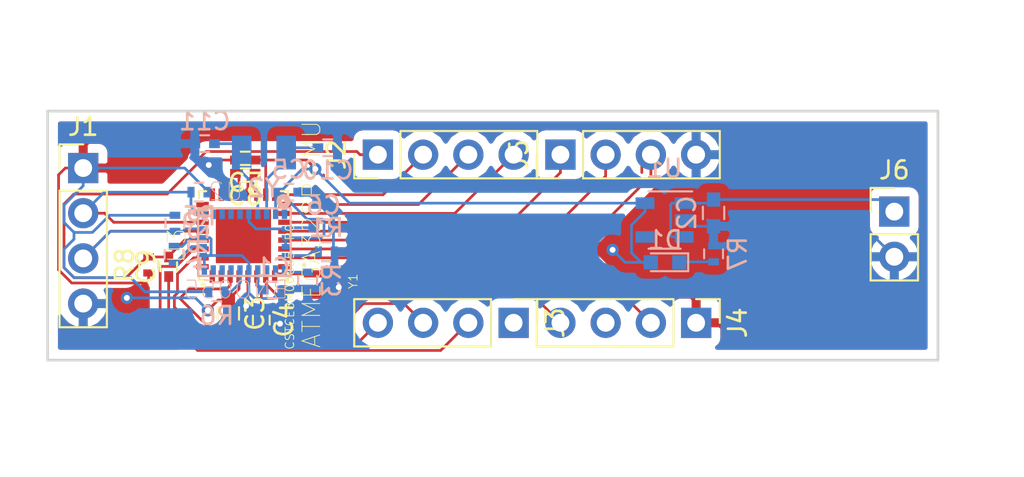
<source format=kicad_pcb>
(kicad_pcb (version 4) (host pcbnew 4.0.7)

  (general
    (links 80)
    (no_connects 0)
    (area 125.299981 90.726169 182.869068 117.62383)
    (thickness 1.6)
    (drawings 4)
    (tracks 279)
    (zones 0)
    (modules 31)
    (nets 44)
  )

  (page A4)
  (layers
    (0 F.Cu signal)
    (31 B.Cu signal)
    (32 B.Adhes user)
    (33 F.Adhes user)
    (34 B.Paste user)
    (35 F.Paste user)
    (36 B.SilkS user hide)
    (37 F.SilkS user hide)
    (38 B.Mask user)
    (39 F.Mask user)
    (40 Dwgs.User user)
    (41 Cmts.User user)
    (42 Eco1.User user)
    (43 Eco2.User user)
    (44 Edge.Cuts user)
    (45 Margin user)
    (46 B.CrtYd user)
    (47 F.CrtYd user)
    (48 B.Fab user)
    (49 F.Fab user)
  )

  (setup
    (last_trace_width 0.1524)
    (trace_clearance 0.1524)
    (zone_clearance 0.508)
    (zone_45_only no)
    (trace_min 0.1524)
    (segment_width 0.2)
    (edge_width 0.15)
    (via_size 0.6858)
    (via_drill 0.3302)
    (via_min_size 0.6858)
    (via_min_drill 0.3302)
    (uvia_size 0.3)
    (uvia_drill 0.1)
    (uvias_allowed no)
    (uvia_min_size 0.2)
    (uvia_min_drill 0.1)
    (pcb_text_width 0.3)
    (pcb_text_size 1.5 1.5)
    (mod_edge_width 0.15)
    (mod_text_size 1 1)
    (mod_text_width 0.15)
    (pad_size 3.1 3.1)
    (pad_drill 0)
    (pad_to_mask_clearance 0.0508)
    (aux_axis_origin 0 0)
    (visible_elements 7FFEFFFF)
    (pcbplotparams
      (layerselection 0x00030_80000001)
      (usegerberextensions false)
      (excludeedgelayer true)
      (linewidth 0.100000)
      (plotframeref false)
      (viasonmask false)
      (mode 1)
      (useauxorigin false)
      (hpglpennumber 1)
      (hpglpenspeed 20)
      (hpglpendiameter 15)
      (hpglpenoverlay 2)
      (psnegative false)
      (psa4output false)
      (plotreference true)
      (plotvalue true)
      (plotinvisibletext false)
      (padsonsilk false)
      (subtractmaskfromsilk false)
      (outputformat 1)
      (mirror false)
      (drillshape 1)
      (scaleselection 1)
      (outputdirectory ""))
  )

  (net 0 "")
  (net 1 GND)
  (net 2 /RAW)
  (net 3 /VCC)
  (net 4 "Net-(D1-Pad1)")
  (net 5 "Net-(U1-Pad4)")
  (net 6 "Net-(U2-Pad14)")
  (net 7 "Net-(C6-Pad2)")
  (net 8 /PS1_3V)
  (net 9 /SCL_3V)
  (net 10 /PS0_3V)
  (net 11 /I2CADDR_3V)
  (net 12 /SDA_3V)
  (net 13 "Net-(U3-Pad26)")
  (net 14 /MISO)
  (net 15 /SCK)
  (net 16 /MOSI)
  (net 17 /RESET)
  (net 18 /D6)
  (net 19 /CTS_3V)
  (net 20 /D8)
  (net 21 /DFU_3V)
  (net 22 /D10)
  (net 23 "Net-(C1-Pad2)")
  (net 24 "Net-(C8-Pad1)")
  (net 25 /DTR)
  (net 26 /RX_FTDI)
  (net 27 /TX_FTDI)
  (net 28 "Net-(R6-Pad2)")
  (net 29 "Net-(U3-Pad1)")
  (net 30 "Net-(U3-Pad2)")
  (net 31 "Net-(U3-Pad7)")
  (net 32 "Net-(U3-Pad8)")
  (net 33 "Net-(U3-Pad9)")
  (net 34 "Net-(U3-Pad19)")
  (net 35 "Net-(U3-Pad22)")
  (net 36 "Net-(U3-Pad23)")
  (net 37 "Net-(U3-Pad24)")
  (net 38 "Net-(U3-Pad25)")
  (net 39 "Net-(U3-Pad32)")
  (net 40 /D7)
  (net 41 "Net-(J3-Pad1)")
  (net 42 /OSC1)
  (net 43 /OSC2)

  (net_class Default "This is the default net class."
    (clearance 0.1524)
    (trace_width 0.1524)
    (via_dia 0.6858)
    (via_drill 0.3302)
    (uvia_dia 0.3)
    (uvia_drill 0.1)
    (add_net /CTS_3V)
    (add_net /D10)
    (add_net /D6)
    (add_net /D7)
    (add_net /D8)
    (add_net /DFU_3V)
    (add_net /DTR)
    (add_net /I2CADDR_3V)
    (add_net /MISO)
    (add_net /MOSI)
    (add_net /OSC1)
    (add_net /OSC2)
    (add_net /PS0_3V)
    (add_net /PS1_3V)
    (add_net /RAW)
    (add_net /RESET)
    (add_net /RX_FTDI)
    (add_net /SCK)
    (add_net /SCL_3V)
    (add_net /SDA_3V)
    (add_net /TX_FTDI)
    (add_net /VCC)
    (add_net GND)
    (add_net "Net-(C1-Pad2)")
    (add_net "Net-(C6-Pad2)")
    (add_net "Net-(C8-Pad1)")
    (add_net "Net-(D1-Pad1)")
    (add_net "Net-(J3-Pad1)")
    (add_net "Net-(R6-Pad2)")
    (add_net "Net-(U1-Pad4)")
    (add_net "Net-(U2-Pad14)")
    (add_net "Net-(U3-Pad1)")
    (add_net "Net-(U3-Pad19)")
    (add_net "Net-(U3-Pad2)")
    (add_net "Net-(U3-Pad22)")
    (add_net "Net-(U3-Pad23)")
    (add_net "Net-(U3-Pad24)")
    (add_net "Net-(U3-Pad25)")
    (add_net "Net-(U3-Pad26)")
    (add_net "Net-(U3-Pad32)")
    (add_net "Net-(U3-Pad7)")
    (add_net "Net-(U3-Pad8)")
    (add_net "Net-(U3-Pad9)")
  )

  (module TO_SOT_Packages_SMD:SOT-23-5 placed (layer B.Cu) (tedit 58CE4E7E) (tstamp 5A99A8CC)
    (at 162.65 103.123586 180)
    (descr "5-pin SOT23 package")
    (tags SOT-23-5)
    (path /5A7B4D58)
    (attr smd)
    (fp_text reference U1 (at 0 2.9 180) (layer B.SilkS)
      (effects (font (size 1 1) (thickness 0.15)) (justify mirror))
    )
    (fp_text value MIC5205-3.3 (at 0 -2.9 180) (layer B.Fab)
      (effects (font (size 1 1) (thickness 0.15)) (justify mirror))
    )
    (fp_text user %R (at 0 0 450) (layer B.Fab)
      (effects (font (size 0.5 0.5) (thickness 0.075)) (justify mirror))
    )
    (fp_line (start -0.9 -1.61) (end 0.9 -1.61) (layer B.SilkS) (width 0.12))
    (fp_line (start 0.9 1.61) (end -1.55 1.61) (layer B.SilkS) (width 0.12))
    (fp_line (start -1.9 1.8) (end 1.9 1.8) (layer B.CrtYd) (width 0.05))
    (fp_line (start 1.9 1.8) (end 1.9 -1.8) (layer B.CrtYd) (width 0.05))
    (fp_line (start 1.9 -1.8) (end -1.9 -1.8) (layer B.CrtYd) (width 0.05))
    (fp_line (start -1.9 -1.8) (end -1.9 1.8) (layer B.CrtYd) (width 0.05))
    (fp_line (start -0.9 0.9) (end -0.25 1.55) (layer B.Fab) (width 0.1))
    (fp_line (start 0.9 1.55) (end -0.25 1.55) (layer B.Fab) (width 0.1))
    (fp_line (start -0.9 0.9) (end -0.9 -1.55) (layer B.Fab) (width 0.1))
    (fp_line (start 0.9 -1.55) (end -0.9 -1.55) (layer B.Fab) (width 0.1))
    (fp_line (start 0.9 1.55) (end 0.9 -1.55) (layer B.Fab) (width 0.1))
    (pad 1 smd rect (at -1.1 0.95 180) (size 1.06 0.65) (layers B.Cu B.Paste B.Mask)
      (net 2 /RAW))
    (pad 2 smd rect (at -1.1 0 180) (size 1.06 0.65) (layers B.Cu B.Paste B.Mask)
      (net 1 GND))
    (pad 3 smd rect (at -1.1 -0.95 180) (size 1.06 0.65) (layers B.Cu B.Paste B.Mask)
      (net 2 /RAW))
    (pad 4 smd rect (at 1.1 -0.95 180) (size 1.06 0.65) (layers B.Cu B.Paste B.Mask)
      (net 5 "Net-(U1-Pad4)"))
    (pad 5 smd rect (at 1.1 0.95 180) (size 1.06 0.65) (layers B.Cu B.Paste B.Mask)
      (net 3 /VCC))
    (model ${KISYS3DMOD}/TO_SOT_Packages_SMD.3dshapes/SOT-23-5.wrl
      (at (xyz 0 0 0))
      (scale (xyz 1 1 1))
      (rotate (xyz 0 0 0))
    )
  )

  (module Pin_Headers:Pin_Header_Straight_1x04_Pitch2.54mm placed (layer F.Cu) (tedit 59650532) (tstamp 5A99A88B)
    (at 154.17 108.9 270)
    (descr "Through hole straight pin header, 1x04, 2.54mm pitch, single row")
    (tags "Through hole pin header THT 1x04 2.54mm single row")
    (path /5A99FADC)
    (fp_text reference J3 (at 0 -2.33 270) (layer F.SilkS)
      (effects (font (size 1 1) (thickness 0.15)))
    )
    (fp_text value FTDI (at 0 9.95 270) (layer F.Fab)
      (effects (font (size 1 1) (thickness 0.15)))
    )
    (fp_line (start -0.635 -1.27) (end 1.27 -1.27) (layer F.Fab) (width 0.1))
    (fp_line (start 1.27 -1.27) (end 1.27 8.89) (layer F.Fab) (width 0.1))
    (fp_line (start 1.27 8.89) (end -1.27 8.89) (layer F.Fab) (width 0.1))
    (fp_line (start -1.27 8.89) (end -1.27 -0.635) (layer F.Fab) (width 0.1))
    (fp_line (start -1.27 -0.635) (end -0.635 -1.27) (layer F.Fab) (width 0.1))
    (fp_line (start -1.33 8.95) (end 1.33 8.95) (layer F.SilkS) (width 0.12))
    (fp_line (start -1.33 1.27) (end -1.33 8.95) (layer F.SilkS) (width 0.12))
    (fp_line (start 1.33 1.27) (end 1.33 8.95) (layer F.SilkS) (width 0.12))
    (fp_line (start -1.33 1.27) (end 1.33 1.27) (layer F.SilkS) (width 0.12))
    (fp_line (start -1.33 0) (end -1.33 -1.33) (layer F.SilkS) (width 0.12))
    (fp_line (start -1.33 -1.33) (end 0 -1.33) (layer F.SilkS) (width 0.12))
    (fp_line (start -1.8 -1.8) (end -1.8 9.4) (layer F.CrtYd) (width 0.05))
    (fp_line (start -1.8 9.4) (end 1.8 9.4) (layer F.CrtYd) (width 0.05))
    (fp_line (start 1.8 9.4) (end 1.8 -1.8) (layer F.CrtYd) (width 0.05))
    (fp_line (start 1.8 -1.8) (end -1.8 -1.8) (layer F.CrtYd) (width 0.05))
    (fp_text user %R (at 0 3.81 360) (layer F.Fab)
      (effects (font (size 1 1) (thickness 0.15)))
    )
    (pad 1 thru_hole rect (at 0 0 270) (size 1.7 1.7) (drill 1) (layers *.Cu *.Mask)
      (net 41 "Net-(J3-Pad1)"))
    (pad 2 thru_hole oval (at 0 2.54 270) (size 1.7 1.7) (drill 1) (layers *.Cu *.Mask)
      (net 26 /RX_FTDI))
    (pad 3 thru_hole oval (at 0 5.08 270) (size 1.7 1.7) (drill 1) (layers *.Cu *.Mask)
      (net 27 /TX_FTDI))
    (pad 4 thru_hole oval (at 0 7.62 270) (size 1.7 1.7) (drill 1) (layers *.Cu *.Mask)
      (net 25 /DTR))
    (model ${KISYS3DMOD}/Pin_Headers.3dshapes/Pin_Header_Straight_1x04_Pitch2.54mm.wrl
      (at (xyz 0 0 0))
      (scale (xyz 1 1 1))
      (rotate (xyz 0 0 0))
    )
  )

  (module Capacitors_SMD:C_0402 placed (layer F.Cu) (tedit 58AA841A) (tstamp 5A99A865)
    (at 139.1 99.75 180)
    (descr "Capacitor SMD 0402, reflow soldering, AVX (see smccp.pdf)")
    (tags "capacitor 0402")
    (path /5A7B5E67)
    (attr smd)
    (fp_text reference C7 (at 0 -1.27 180) (layer F.SilkS)
      (effects (font (size 1 1) (thickness 0.15)))
    )
    (fp_text value 0.1uF (at 0 1.27 180) (layer F.Fab)
      (effects (font (size 1 1) (thickness 0.15)))
    )
    (fp_text user %R (at 0 -1.27 180) (layer F.Fab)
      (effects (font (size 1 1) (thickness 0.15)))
    )
    (fp_line (start -0.5 0.25) (end -0.5 -0.25) (layer F.Fab) (width 0.1))
    (fp_line (start 0.5 0.25) (end -0.5 0.25) (layer F.Fab) (width 0.1))
    (fp_line (start 0.5 -0.25) (end 0.5 0.25) (layer F.Fab) (width 0.1))
    (fp_line (start -0.5 -0.25) (end 0.5 -0.25) (layer F.Fab) (width 0.1))
    (fp_line (start 0.25 -0.47) (end -0.25 -0.47) (layer F.SilkS) (width 0.12))
    (fp_line (start -0.25 0.47) (end 0.25 0.47) (layer F.SilkS) (width 0.12))
    (fp_line (start -1 -0.4) (end 1 -0.4) (layer F.CrtYd) (width 0.05))
    (fp_line (start -1 -0.4) (end -1 0.4) (layer F.CrtYd) (width 0.05))
    (fp_line (start 1 0.4) (end 1 -0.4) (layer F.CrtYd) (width 0.05))
    (fp_line (start 1 0.4) (end -1 0.4) (layer F.CrtYd) (width 0.05))
    (pad 1 smd rect (at -0.55 0 180) (size 0.6 0.5) (layers F.Cu F.Paste F.Mask)
      (net 3 /VCC))
    (pad 2 smd rect (at 0.55 0 180) (size 0.6 0.5) (layers F.Cu F.Paste F.Mask)
      (net 1 GND))
    (model Capacitors_SMD.3dshapes/C_0402.wrl
      (at (xyz 0 0 0))
      (scale (xyz 1 1 1))
      (rotate (xyz 0 0 0))
    )
  )

  (module Capacitors_SMD:C_0402 placed (layer F.Cu) (tedit 58AA841A) (tstamp 5A99A853)
    (at 140 108.75 270)
    (descr "Capacitor SMD 0402, reflow soldering, AVX (see smccp.pdf)")
    (tags "capacitor 0402")
    (path /5A7B55E9)
    (attr smd)
    (fp_text reference C4 (at 0 -1.27 270) (layer F.SilkS)
      (effects (font (size 1 1) (thickness 0.15)))
    )
    (fp_text value 0.1uF (at 0 1.27 270) (layer F.Fab)
      (effects (font (size 1 1) (thickness 0.15)))
    )
    (fp_text user %R (at 0 -1.27 270) (layer F.Fab)
      (effects (font (size 1 1) (thickness 0.15)))
    )
    (fp_line (start -0.5 0.25) (end -0.5 -0.25) (layer F.Fab) (width 0.1))
    (fp_line (start 0.5 0.25) (end -0.5 0.25) (layer F.Fab) (width 0.1))
    (fp_line (start 0.5 -0.25) (end 0.5 0.25) (layer F.Fab) (width 0.1))
    (fp_line (start -0.5 -0.25) (end 0.5 -0.25) (layer F.Fab) (width 0.1))
    (fp_line (start 0.25 -0.47) (end -0.25 -0.47) (layer F.SilkS) (width 0.12))
    (fp_line (start -0.25 0.47) (end 0.25 0.47) (layer F.SilkS) (width 0.12))
    (fp_line (start -1 -0.4) (end 1 -0.4) (layer F.CrtYd) (width 0.05))
    (fp_line (start -1 -0.4) (end -1 0.4) (layer F.CrtYd) (width 0.05))
    (fp_line (start 1 0.4) (end 1 -0.4) (layer F.CrtYd) (width 0.05))
    (fp_line (start 1 0.4) (end -1 0.4) (layer F.CrtYd) (width 0.05))
    (pad 1 smd rect (at -0.55 0 270) (size 0.6 0.5) (layers F.Cu F.Paste F.Mask)
      (net 3 /VCC))
    (pad 2 smd rect (at 0.55 0 270) (size 0.6 0.5) (layers F.Cu F.Paste F.Mask)
      (net 1 GND))
    (model Capacitors_SMD.3dshapes/C_0402.wrl
      (at (xyz 0 0 0))
      (scale (xyz 1 1 1))
      (rotate (xyz 0 0 0))
    )
  )

  (module VQFN-ATMEGA328P-MU:QFN50P500X500X100-33N (layer F.Cu) (tedit 0) (tstamp 5A99BE9E)
    (at 139 104 90)
    (path /5A7B4BFB)
    (attr smd)
    (fp_text reference U3 (at -0.559584 -3.73853 90) (layer F.SilkS)
      (effects (font (size 1.00065 1.00065) (thickness 0.05)))
    )
    (fp_text value ATMEGA328P-MU (at 0.076 3.82425 90) (layer F.SilkS)
      (effects (font (size 1.00271 1.00271) (thickness 0.05)))
    )
    (fp_line (start -2.14921 -2.50109) (end 2.15079 -2.50109) (layer Dwgs.User) (width 0.127))
    (fp_line (start 2.50079 -2.15109) (end 2.50079 2.14891) (layer Dwgs.User) (width 0.127))
    (fp_line (start 2.15079 2.49891) (end -2.14921 2.49891) (layer Dwgs.User) (width 0.127))
    (fp_line (start -2.49921 2.14891) (end -2.49921 -2.15109) (layer Dwgs.User) (width 0.127))
    (fp_line (start -2.09921 -1.75109) (end -2.49921 -1.75109) (layer F.Mask) (width 0.4))
    (fp_line (start -2.19921 -1.75109) (end -2.42421 -1.75109) (layer Dwgs.User) (width 0.23))
    (fp_line (start -2.09921 -1.25109) (end -2.49921 -1.25109) (layer F.Mask) (width 0.4))
    (fp_line (start -2.19921 -1.25109) (end -2.42421 -1.25109) (layer Dwgs.User) (width 0.23))
    (fp_line (start -2.09921 -0.751091) (end -2.49921 -0.751091) (layer F.Mask) (width 0.4))
    (fp_line (start -2.19921 -0.751091) (end -2.42421 -0.751091) (layer Dwgs.User) (width 0.23))
    (fp_line (start -2.09921 -0.251091) (end -2.49921 -0.251091) (layer F.Mask) (width 0.4))
    (fp_line (start -2.19921 -0.251091) (end -2.42421 -0.251091) (layer Dwgs.User) (width 0.23))
    (fp_line (start -2.09921 0.248909) (end -2.49921 0.248909) (layer F.Mask) (width 0.4))
    (fp_line (start -2.19921 0.248909) (end -2.42421 0.248909) (layer Dwgs.User) (width 0.23))
    (fp_line (start -2.09921 0.748909) (end -2.49921 0.748909) (layer F.Mask) (width 0.4))
    (fp_line (start -2.19921 0.748909) (end -2.42421 0.748909) (layer Dwgs.User) (width 0.23))
    (fp_line (start -2.09921 1.24891) (end -2.49921 1.24891) (layer F.Mask) (width 0.4))
    (fp_line (start -2.19921 1.24891) (end -2.42421 1.24891) (layer Dwgs.User) (width 0.23))
    (fp_line (start -2.09921 1.74891) (end -2.49921 1.74891) (layer F.Mask) (width 0.4))
    (fp_line (start -2.19921 1.74891) (end -2.42421 1.74891) (layer Dwgs.User) (width 0.23))
    (fp_line (start -1.74921 2.09891) (end -1.74921 2.49891) (layer F.Mask) (width 0.4))
    (fp_line (start -1.74921 2.19891) (end -1.74921 2.42391) (layer Dwgs.User) (width 0.23))
    (fp_line (start -1.24921 2.09891) (end -1.24921 2.49891) (layer F.Mask) (width 0.4))
    (fp_line (start -1.24921 2.19891) (end -1.24921 2.42391) (layer Dwgs.User) (width 0.23))
    (fp_line (start -0.749209 2.09891) (end -0.749209 2.49891) (layer F.Mask) (width 0.4))
    (fp_line (start -0.749209 2.19891) (end -0.749209 2.42391) (layer Dwgs.User) (width 0.23))
    (fp_line (start -0.249209 2.09891) (end -0.249209 2.49891) (layer F.Mask) (width 0.4))
    (fp_line (start -0.249209 2.19891) (end -0.249209 2.42391) (layer Dwgs.User) (width 0.23))
    (fp_line (start 0.250791 2.09891) (end 0.250791 2.49891) (layer F.Mask) (width 0.4))
    (fp_line (start 0.250791 2.19891) (end 0.250791 2.42391) (layer Dwgs.User) (width 0.23))
    (fp_line (start 0.750791 2.09891) (end 0.750791 2.49891) (layer F.Mask) (width 0.4))
    (fp_line (start 0.750791 2.19891) (end 0.750791 2.42391) (layer Dwgs.User) (width 0.23))
    (fp_line (start 1.25079 2.09891) (end 1.25079 2.49891) (layer F.Mask) (width 0.4))
    (fp_line (start 1.25079 2.19891) (end 1.25079 2.42391) (layer Dwgs.User) (width 0.23))
    (fp_line (start 1.75079 2.09891) (end 1.75079 2.49891) (layer F.Mask) (width 0.4))
    (fp_line (start 1.75079 2.19891) (end 1.75079 2.42391) (layer Dwgs.User) (width 0.23))
    (fp_line (start 2.10079 1.74891) (end 2.50079 1.74891) (layer F.Mask) (width 0.4))
    (fp_line (start 2.20079 1.74891) (end 2.42579 1.74891) (layer Dwgs.User) (width 0.23))
    (fp_line (start 2.10079 1.24891) (end 2.50079 1.24891) (layer F.Mask) (width 0.4))
    (fp_line (start 2.20079 1.24891) (end 2.42579 1.24891) (layer Dwgs.User) (width 0.23))
    (fp_line (start 2.10079 0.748909) (end 2.50079 0.748909) (layer F.Mask) (width 0.4))
    (fp_line (start 2.20079 0.748909) (end 2.42579 0.748909) (layer Dwgs.User) (width 0.23))
    (fp_line (start 2.10079 0.248909) (end 2.50079 0.248909) (layer F.Mask) (width 0.4))
    (fp_line (start 2.20079 0.248909) (end 2.42579 0.248909) (layer Dwgs.User) (width 0.23))
    (fp_line (start 2.10079 -0.251091) (end 2.50079 -0.251091) (layer F.Mask) (width 0.4))
    (fp_line (start 2.20079 -0.251091) (end 2.42579 -0.251091) (layer Dwgs.User) (width 0.23))
    (fp_line (start 2.10079 -0.751091) (end 2.50079 -0.751091) (layer F.Mask) (width 0.4))
    (fp_line (start 2.20079 -0.751091) (end 2.42579 -0.751091) (layer Dwgs.User) (width 0.23))
    (fp_line (start 2.10079 -1.25109) (end 2.50079 -1.25109) (layer F.Mask) (width 0.4))
    (fp_line (start 2.20079 -1.25109) (end 2.42579 -1.25109) (layer Dwgs.User) (width 0.23))
    (fp_line (start 2.10079 -1.75109) (end 2.50079 -1.75109) (layer F.Mask) (width 0.4))
    (fp_line (start 2.20079 -1.75109) (end 2.42579 -1.75109) (layer Dwgs.User) (width 0.23))
    (fp_line (start 1.75079 -2.10109) (end 1.75079 -2.50109) (layer F.Mask) (width 0.4))
    (fp_line (start 1.75079 -2.20109) (end 1.75079 -2.42609) (layer Dwgs.User) (width 0.23))
    (fp_line (start 1.25079 -2.10109) (end 1.25079 -2.50109) (layer F.Mask) (width 0.4))
    (fp_line (start 1.25079 -2.20109) (end 1.25079 -2.42609) (layer Dwgs.User) (width 0.23))
    (fp_line (start 0.750791 -2.10109) (end 0.750791 -2.50109) (layer F.Mask) (width 0.4))
    (fp_line (start 0.750791 -2.20109) (end 0.750791 -2.42609) (layer Dwgs.User) (width 0.23))
    (fp_line (start 0.250791 -2.10109) (end 0.250791 -2.50109) (layer F.Mask) (width 0.4))
    (fp_line (start 0.250791 -2.20109) (end 0.250791 -2.42609) (layer Dwgs.User) (width 0.23))
    (fp_line (start -0.249209 -2.10109) (end -0.249209 -2.50109) (layer F.Mask) (width 0.4))
    (fp_line (start -0.249209 -2.20109) (end -0.249209 -2.42609) (layer Dwgs.User) (width 0.23))
    (fp_line (start -0.749209 -2.10109) (end -0.749209 -2.50109) (layer F.Mask) (width 0.4))
    (fp_line (start -0.749209 -2.20109) (end -0.749209 -2.42609) (layer Dwgs.User) (width 0.23))
    (fp_line (start -1.24921 -2.10109) (end -1.24921 -2.50109) (layer F.Mask) (width 0.4))
    (fp_line (start -1.24921 -2.20109) (end -1.24921 -2.42609) (layer Dwgs.User) (width 0.23))
    (fp_line (start -1.74921 -2.10109) (end -1.74921 -2.50109) (layer F.Mask) (width 0.4))
    (fp_line (start -1.74921 -2.20109) (end -1.74921 -2.42609) (layer Dwgs.User) (width 0.23))
    (fp_poly (pts (xy -0.982945 -0.98) (xy 0.98 -0.98) (xy 0.98 0.982945) (xy -0.982945 0.982945)) (layer F.Paste) (width 0.381))
    (fp_line (start -2.1 -2.5) (end -2.5 -2.5) (layer F.SilkS) (width 0.127))
    (fp_line (start -2.5 -2.5) (end -2.5 -2.1) (layer F.SilkS) (width 0.127))
    (fp_line (start 2.1 -2.5) (end 2.5 -2.5) (layer F.SilkS) (width 0.127))
    (fp_line (start 2.5 -2.5) (end 2.5 -2.1) (layer F.SilkS) (width 0.127))
    (fp_line (start -2.5 2.1) (end -2.5 2.5) (layer F.SilkS) (width 0.127))
    (fp_line (start -2.5 2.5) (end -2.1 2.5) (layer F.SilkS) (width 0.127))
    (fp_line (start 2.1 2.5) (end 2.5 2.5) (layer F.SilkS) (width 0.127))
    (fp_line (start 2.5 2.5) (end 2.5 2.1) (layer F.SilkS) (width 0.127))
    (fp_line (start -3 -3) (end 3 -3) (layer Dwgs.User) (width 0.05))
    (fp_line (start 3 -3) (end 3 3) (layer Dwgs.User) (width 0.05))
    (fp_line (start 3 3) (end -3 3) (layer Dwgs.User) (width 0.05))
    (fp_line (start -3 3) (end -3 -3) (layer Dwgs.User) (width 0.05))
    (fp_circle (center -2.75 -2.25) (end -2.623 -2.25) (layer F.SilkS) (width 0))
    (pad 1 smd rect (at -2.3 -1.75 90) (size 0.7 0.3) (layers F.Cu F.Paste F.Mask)
      (net 29 "Net-(U3-Pad1)"))
    (pad 2 smd rect (at -2.3 -1.25 90) (size 0.7 0.3) (layers F.Cu F.Paste F.Mask)
      (net 30 "Net-(U3-Pad2)"))
    (pad 3 smd rect (at -2.3 -0.75 90) (size 0.7 0.3) (layers F.Cu F.Paste F.Mask)
      (net 1 GND))
    (pad 4 smd rect (at -2.3 -0.25 90) (size 0.7 0.3) (layers F.Cu F.Paste F.Mask)
      (net 3 /VCC))
    (pad 5 smd rect (at -2.3 0.25 90) (size 0.7 0.3) (layers F.Cu F.Paste F.Mask)
      (net 1 GND))
    (pad 6 smd rect (at -2.3 0.75 90) (size 0.7 0.3) (layers F.Cu F.Paste F.Mask)
      (net 3 /VCC))
    (pad 7 smd rect (at -2.3 1.25 90) (size 0.7 0.3) (layers F.Cu F.Paste F.Mask)
      (net 31 "Net-(U3-Pad7)"))
    (pad 8 smd rect (at -2.3 1.75 90) (size 0.7 0.3) (layers F.Cu F.Paste F.Mask)
      (net 32 "Net-(U3-Pad8)"))
    (pad 9 smd rect (at -1.75 2.3 180) (size 0.7 0.3) (layers F.Cu F.Paste F.Mask)
      (net 33 "Net-(U3-Pad9)"))
    (pad 10 smd rect (at -1.25 2.3 180) (size 0.7 0.3) (layers F.Cu F.Paste F.Mask)
      (net 18 /D6))
    (pad 11 smd rect (at -0.75 2.3 180) (size 0.7 0.3) (layers F.Cu F.Paste F.Mask)
      (net 40 /D7))
    (pad 12 smd rect (at -0.25 2.3 180) (size 0.7 0.3) (layers F.Cu F.Paste F.Mask)
      (net 20 /D8))
    (pad 13 smd rect (at 0.25 2.3 180) (size 0.7 0.3) (layers F.Cu F.Paste F.Mask)
      (net 19 /CTS_3V))
    (pad 14 smd rect (at 0.75 2.3 180) (size 0.7 0.3) (layers F.Cu F.Paste F.Mask)
      (net 22 /D10))
    (pad 15 smd rect (at 1.25 2.3 180) (size 0.7 0.3) (layers F.Cu F.Paste F.Mask)
      (net 16 /MOSI))
    (pad 16 smd rect (at 1.75 2.3 180) (size 0.7 0.3) (layers F.Cu F.Paste F.Mask)
      (net 14 /MISO))
    (pad 17 smd rect (at 2.3 1.75 270) (size 0.7 0.3) (layers F.Cu F.Paste F.Mask)
      (net 15 /SCK))
    (pad 18 smd rect (at 2.3 1.25 270) (size 0.7 0.3) (layers F.Cu F.Paste F.Mask)
      (net 3 /VCC))
    (pad 19 smd rect (at 2.3 0.75 270) (size 0.7 0.3) (layers F.Cu F.Paste F.Mask)
      (net 34 "Net-(U3-Pad19)"))
    (pad 20 smd rect (at 2.3 0.25 270) (size 0.7 0.3) (layers F.Cu F.Paste F.Mask)
      (net 24 "Net-(C8-Pad1)"))
    (pad 21 smd rect (at 2.3 -0.25 270) (size 0.7 0.3) (layers F.Cu F.Paste F.Mask)
      (net 1 GND))
    (pad 22 smd rect (at 2.3 -0.75 270) (size 0.7 0.3) (layers F.Cu F.Paste F.Mask)
      (net 35 "Net-(U3-Pad22)"))
    (pad 23 smd rect (at 2.3 -1.25 270) (size 0.7 0.3) (layers F.Cu F.Paste F.Mask)
      (net 36 "Net-(U3-Pad23)"))
    (pad 24 smd rect (at 2.3 -1.75 270) (size 0.7 0.3) (layers F.Cu F.Paste F.Mask)
      (net 37 "Net-(U3-Pad24)"))
    (pad 25 smd rect (at 1.75 -2.3) (size 0.7 0.3) (layers F.Cu F.Paste F.Mask)
      (net 38 "Net-(U3-Pad25)"))
    (pad 26 smd rect (at 1.25 -2.3) (size 0.7 0.3) (layers F.Cu F.Paste F.Mask)
      (net 13 "Net-(U3-Pad26)"))
    (pad 27 smd rect (at 0.75 -2.3) (size 0.7 0.3) (layers F.Cu F.Paste F.Mask)
      (net 12 /SDA_3V))
    (pad 28 smd rect (at 0.25 -2.3) (size 0.7 0.3) (layers F.Cu F.Paste F.Mask)
      (net 9 /SCL_3V))
    (pad 29 smd rect (at -0.25 -2.3) (size 0.7 0.3) (layers F.Cu F.Paste F.Mask)
      (net 17 /RESET))
    (pad 30 smd rect (at -0.75 -2.3) (size 0.7 0.3) (layers F.Cu F.Paste F.Mask)
      (net 26 /RX_FTDI))
    (pad 31 smd rect (at -1.25 -2.3) (size 0.7 0.3) (layers F.Cu F.Paste F.Mask)
      (net 27 /TX_FTDI))
    (pad 32 smd rect (at -1.75 -2.3) (size 0.7 0.3) (layers F.Cu F.Paste F.Mask)
      (net 39 "Net-(U3-Pad32)"))
    (pad 33 smd rect (at 0 0 90) (size 3.1 3.1) (layers F.Cu F.Paste F.Mask))
  )

  (module Pin_Headers:Pin_Header_Straight_1x04_Pitch2.54mm (layer F.Cu) (tedit 59650532) (tstamp 5A99BE7E)
    (at 156.8 99.45 90)
    (descr "Through hole straight pin header, 1x04, 2.54mm pitch, single row")
    (tags "Through hole pin header THT 1x04 2.54mm single row")
    (path /5A98E14F)
    (fp_text reference J5 (at 0 -2.33 90) (layer F.SilkS)
      (effects (font (size 1 1) (thickness 0.15)))
    )
    (fp_text value "Bluetooth Connector 2" (at 0 9.95 90) (layer F.Fab)
      (effects (font (size 1 1) (thickness 0.15)))
    )
    (fp_line (start -0.635 -1.27) (end 1.27 -1.27) (layer F.Fab) (width 0.1))
    (fp_line (start 1.27 -1.27) (end 1.27 8.89) (layer F.Fab) (width 0.1))
    (fp_line (start 1.27 8.89) (end -1.27 8.89) (layer F.Fab) (width 0.1))
    (fp_line (start -1.27 8.89) (end -1.27 -0.635) (layer F.Fab) (width 0.1))
    (fp_line (start -1.27 -0.635) (end -0.635 -1.27) (layer F.Fab) (width 0.1))
    (fp_line (start -1.33 8.95) (end 1.33 8.95) (layer F.SilkS) (width 0.12))
    (fp_line (start -1.33 1.27) (end -1.33 8.95) (layer F.SilkS) (width 0.12))
    (fp_line (start 1.33 1.27) (end 1.33 8.95) (layer F.SilkS) (width 0.12))
    (fp_line (start -1.33 1.27) (end 1.33 1.27) (layer F.SilkS) (width 0.12))
    (fp_line (start -1.33 0) (end -1.33 -1.33) (layer F.SilkS) (width 0.12))
    (fp_line (start -1.33 -1.33) (end 0 -1.33) (layer F.SilkS) (width 0.12))
    (fp_line (start -1.8 -1.8) (end -1.8 9.4) (layer F.CrtYd) (width 0.05))
    (fp_line (start -1.8 9.4) (end 1.8 9.4) (layer F.CrtYd) (width 0.05))
    (fp_line (start 1.8 9.4) (end 1.8 -1.8) (layer F.CrtYd) (width 0.05))
    (fp_line (start 1.8 -1.8) (end -1.8 -1.8) (layer F.CrtYd) (width 0.05))
    (fp_text user %R (at 0 3.81 180) (layer F.Fab)
      (effects (font (size 1 1) (thickness 0.15)))
    )
    (pad 1 thru_hole rect (at 0 0 90) (size 1.7 1.7) (drill 1) (layers *.Cu *.Mask)
      (net 22 /D10))
    (pad 2 thru_hole oval (at 0 2.54 90) (size 1.7 1.7) (drill 1) (layers *.Cu *.Mask)
      (net 19 /CTS_3V))
    (pad 3 thru_hole oval (at 0 5.08 90) (size 1.7 1.7) (drill 1) (layers *.Cu *.Mask)
      (net 20 /D8))
    (pad 4 thru_hole oval (at 0 7.62 90) (size 1.7 1.7) (drill 1) (layers *.Cu *.Mask)
      (net 1 GND))
    (model ${KISYS3DMOD}/Pin_Headers.3dshapes/Pin_Header_Straight_1x04_Pitch2.54mm.wrl
      (at (xyz 0 0 0))
      (scale (xyz 1 1 1))
      (rotate (xyz 0 0 0))
    )
  )

  (module Capacitors_SMD:C_0402 (layer B.Cu) (tedit 58AA841A) (tstamp 5A99BE60)
    (at 140.652533 107.055447 180)
    (descr "Capacitor SMD 0402, reflow soldering, AVX (see smccp.pdf)")
    (tags "capacitor 0402")
    (path /5A80CAC3)
    (attr smd)
    (fp_text reference C1 (at 0 1.27 180) (layer B.SilkS)
      (effects (font (size 1 1) (thickness 0.15)) (justify mirror))
    )
    (fp_text value 0.1uF (at 0 -1.27 180) (layer B.Fab)
      (effects (font (size 1 1) (thickness 0.15)) (justify mirror))
    )
    (fp_text user %R (at 0 1.27 180) (layer B.Fab)
      (effects (font (size 1 1) (thickness 0.15)) (justify mirror))
    )
    (fp_line (start -0.5 -0.25) (end -0.5 0.25) (layer B.Fab) (width 0.1))
    (fp_line (start 0.5 -0.25) (end -0.5 -0.25) (layer B.Fab) (width 0.1))
    (fp_line (start 0.5 0.25) (end 0.5 -0.25) (layer B.Fab) (width 0.1))
    (fp_line (start -0.5 0.25) (end 0.5 0.25) (layer B.Fab) (width 0.1))
    (fp_line (start 0.25 0.47) (end -0.25 0.47) (layer B.SilkS) (width 0.12))
    (fp_line (start -0.25 -0.47) (end 0.25 -0.47) (layer B.SilkS) (width 0.12))
    (fp_line (start -1 0.4) (end 1 0.4) (layer B.CrtYd) (width 0.05))
    (fp_line (start -1 0.4) (end -1 -0.4) (layer B.CrtYd) (width 0.05))
    (fp_line (start 1 -0.4) (end 1 0.4) (layer B.CrtYd) (width 0.05))
    (fp_line (start 1 -0.4) (end -1 -0.4) (layer B.CrtYd) (width 0.05))
    (pad 1 smd rect (at -0.55 0 180) (size 0.6 0.5) (layers B.Cu B.Paste B.Mask)
      (net 1 GND))
    (pad 2 smd rect (at 0.55 0 180) (size 0.6 0.5) (layers B.Cu B.Paste B.Mask)
      (net 23 "Net-(C1-Pad2)"))
    (model Capacitors_SMD.3dshapes/C_0402.wrl
      (at (xyz 0 0 0))
      (scale (xyz 1 1 1))
      (rotate (xyz 0 0 0))
    )
  )

  (module Capacitors_SMD:C_0603 placed (layer B.Cu) (tedit 59958EE7) (tstamp 5A99A847)
    (at 165.4 102.723586 270)
    (descr "Capacitor SMD 0603, reflow soldering, AVX (see smccp.pdf)")
    (tags "capacitor 0603")
    (path /5A7B5370)
    (attr smd)
    (fp_text reference C2 (at 0 1.5 270) (layer B.SilkS)
      (effects (font (size 1 1) (thickness 0.15)) (justify mirror))
    )
    (fp_text value 10uF (at 0 -1.5 270) (layer B.Fab)
      (effects (font (size 1 1) (thickness 0.15)) (justify mirror))
    )
    (fp_line (start 1.4 -0.65) (end -1.4 -0.65) (layer B.CrtYd) (width 0.05))
    (fp_line (start 1.4 -0.65) (end 1.4 0.65) (layer B.CrtYd) (width 0.05))
    (fp_line (start -1.4 0.65) (end -1.4 -0.65) (layer B.CrtYd) (width 0.05))
    (fp_line (start -1.4 0.65) (end 1.4 0.65) (layer B.CrtYd) (width 0.05))
    (fp_line (start 0.35 -0.6) (end -0.35 -0.6) (layer B.SilkS) (width 0.12))
    (fp_line (start -0.35 0.6) (end 0.35 0.6) (layer B.SilkS) (width 0.12))
    (fp_line (start -0.8 0.4) (end 0.8 0.4) (layer B.Fab) (width 0.1))
    (fp_line (start 0.8 0.4) (end 0.8 -0.4) (layer B.Fab) (width 0.1))
    (fp_line (start 0.8 -0.4) (end -0.8 -0.4) (layer B.Fab) (width 0.1))
    (fp_line (start -0.8 -0.4) (end -0.8 0.4) (layer B.Fab) (width 0.1))
    (fp_text user %R (at 0 0 270) (layer B.Fab)
      (effects (font (size 0.3 0.3) (thickness 0.075)) (justify mirror))
    )
    (pad 2 smd rect (at 0.75 0 270) (size 0.8 0.75) (layers B.Cu B.Paste B.Mask)
      (net 1 GND))
    (pad 1 smd rect (at -0.75 0 270) (size 0.8 0.75) (layers B.Cu B.Paste B.Mask)
      (net 2 /RAW))
    (model Capacitors_SMD.3dshapes/C_0603.wrl
      (at (xyz 0 0 0))
      (scale (xyz 1 1 1))
      (rotate (xyz 0 0 0))
    )
  )

  (module Capacitors_SMD:C_0402 placed (layer B.Cu) (tedit 58AA841A) (tstamp 5A99A859)
    (at 141.552533 101.555447 180)
    (descr "Capacitor SMD 0402, reflow soldering, AVX (see smccp.pdf)")
    (tags "capacitor 0402")
    (path /5A80C66D)
    (attr smd)
    (fp_text reference C5 (at 0 1.27 180) (layer B.SilkS)
      (effects (font (size 1 1) (thickness 0.15)) (justify mirror))
    )
    (fp_text value 0.1uF (at 0 -1.27 180) (layer B.Fab)
      (effects (font (size 1 1) (thickness 0.15)) (justify mirror))
    )
    (fp_text user %R (at 0 1.27 180) (layer B.Fab)
      (effects (font (size 1 1) (thickness 0.15)) (justify mirror))
    )
    (fp_line (start -0.5 -0.25) (end -0.5 0.25) (layer B.Fab) (width 0.1))
    (fp_line (start 0.5 -0.25) (end -0.5 -0.25) (layer B.Fab) (width 0.1))
    (fp_line (start 0.5 0.25) (end 0.5 -0.25) (layer B.Fab) (width 0.1))
    (fp_line (start -0.5 0.25) (end 0.5 0.25) (layer B.Fab) (width 0.1))
    (fp_line (start 0.25 0.47) (end -0.25 0.47) (layer B.SilkS) (width 0.12))
    (fp_line (start -0.25 -0.47) (end 0.25 -0.47) (layer B.SilkS) (width 0.12))
    (fp_line (start -1 0.4) (end 1 0.4) (layer B.CrtYd) (width 0.05))
    (fp_line (start -1 0.4) (end -1 -0.4) (layer B.CrtYd) (width 0.05))
    (fp_line (start 1 -0.4) (end 1 0.4) (layer B.CrtYd) (width 0.05))
    (fp_line (start 1 -0.4) (end -1 -0.4) (layer B.CrtYd) (width 0.05))
    (pad 1 smd rect (at -0.55 0 180) (size 0.6 0.5) (layers B.Cu B.Paste B.Mask)
      (net 1 GND))
    (pad 2 smd rect (at 0.55 0 180) (size 0.6 0.5) (layers B.Cu B.Paste B.Mask)
      (net 3 /VCC))
    (model Capacitors_SMD.3dshapes/C_0402.wrl
      (at (xyz 0 0 0))
      (scale (xyz 1 1 1))
      (rotate (xyz 0 0 0))
    )
  )

  (module Capacitors_SMD:C_0402 placed (layer B.Cu) (tedit 58AA841A) (tstamp 5A99A85F)
    (at 143.502533 103.555447 180)
    (descr "Capacitor SMD 0402, reflow soldering, AVX (see smccp.pdf)")
    (tags "capacitor 0402")
    (path /5A80C91D)
    (attr smd)
    (fp_text reference C6 (at 0 1.27 180) (layer B.SilkS)
      (effects (font (size 1 1) (thickness 0.15)) (justify mirror))
    )
    (fp_text value 0.1uF (at 0 -1.27 180) (layer B.Fab)
      (effects (font (size 1 1) (thickness 0.15)) (justify mirror))
    )
    (fp_text user %R (at 0 1.27 180) (layer B.Fab)
      (effects (font (size 1 1) (thickness 0.15)) (justify mirror))
    )
    (fp_line (start -0.5 -0.25) (end -0.5 0.25) (layer B.Fab) (width 0.1))
    (fp_line (start 0.5 -0.25) (end -0.5 -0.25) (layer B.Fab) (width 0.1))
    (fp_line (start 0.5 0.25) (end 0.5 -0.25) (layer B.Fab) (width 0.1))
    (fp_line (start -0.5 0.25) (end 0.5 0.25) (layer B.Fab) (width 0.1))
    (fp_line (start 0.25 0.47) (end -0.25 0.47) (layer B.SilkS) (width 0.12))
    (fp_line (start -0.25 -0.47) (end 0.25 -0.47) (layer B.SilkS) (width 0.12))
    (fp_line (start -1 0.4) (end 1 0.4) (layer B.CrtYd) (width 0.05))
    (fp_line (start -1 0.4) (end -1 -0.4) (layer B.CrtYd) (width 0.05))
    (fp_line (start 1 -0.4) (end 1 0.4) (layer B.CrtYd) (width 0.05))
    (fp_line (start 1 -0.4) (end -1 -0.4) (layer B.CrtYd) (width 0.05))
    (pad 1 smd rect (at -0.55 0 180) (size 0.6 0.5) (layers B.Cu B.Paste B.Mask)
      (net 1 GND))
    (pad 2 smd rect (at 0.55 0 180) (size 0.6 0.5) (layers B.Cu B.Paste B.Mask)
      (net 7 "Net-(C6-Pad2)"))
    (model Capacitors_SMD.3dshapes/C_0402.wrl
      (at (xyz 0 0 0))
      (scale (xyz 1 1 1))
      (rotate (xyz 0 0 0))
    )
  )

  (module Capacitors_SMD:C_0402 placed (layer F.Cu) (tedit 58AA841A) (tstamp 5A99A86B)
    (at 139.1 100.5 180)
    (descr "Capacitor SMD 0402, reflow soldering, AVX (see smccp.pdf)")
    (tags "capacitor 0402")
    (path /5A7B5B12)
    (attr smd)
    (fp_text reference C8 (at 0 -1.27 180) (layer F.SilkS)
      (effects (font (size 1 1) (thickness 0.15)))
    )
    (fp_text value 0.1uF (at 0 1.27 180) (layer F.Fab)
      (effects (font (size 1 1) (thickness 0.15)))
    )
    (fp_text user %R (at 0 -1.27 180) (layer F.Fab)
      (effects (font (size 1 1) (thickness 0.15)))
    )
    (fp_line (start -0.5 0.25) (end -0.5 -0.25) (layer F.Fab) (width 0.1))
    (fp_line (start 0.5 0.25) (end -0.5 0.25) (layer F.Fab) (width 0.1))
    (fp_line (start 0.5 -0.25) (end 0.5 0.25) (layer F.Fab) (width 0.1))
    (fp_line (start -0.5 -0.25) (end 0.5 -0.25) (layer F.Fab) (width 0.1))
    (fp_line (start 0.25 -0.47) (end -0.25 -0.47) (layer F.SilkS) (width 0.12))
    (fp_line (start -0.25 0.47) (end 0.25 0.47) (layer F.SilkS) (width 0.12))
    (fp_line (start -1 -0.4) (end 1 -0.4) (layer F.CrtYd) (width 0.05))
    (fp_line (start -1 -0.4) (end -1 0.4) (layer F.CrtYd) (width 0.05))
    (fp_line (start 1 0.4) (end 1 -0.4) (layer F.CrtYd) (width 0.05))
    (fp_line (start 1 0.4) (end -1 0.4) (layer F.CrtYd) (width 0.05))
    (pad 1 smd rect (at -0.55 0 180) (size 0.6 0.5) (layers F.Cu F.Paste F.Mask)
      (net 24 "Net-(C8-Pad1)"))
    (pad 2 smd rect (at 0.55 0 180) (size 0.6 0.5) (layers F.Cu F.Paste F.Mask)
      (net 1 GND))
    (model Capacitors_SMD.3dshapes/C_0402.wrl
      (at (xyz 0 0 0))
      (scale (xyz 1 1 1))
      (rotate (xyz 0 0 0))
    )
  )

  (module LEDs:LED_0603 placed (layer B.Cu) (tedit 57FE93A5) (tstamp 5A99A871)
    (at 162.675 105.498586 180)
    (descr "LED 0603 smd package")
    (tags "LED led 0603 SMD smd SMT smt smdled SMDLED smtled SMTLED")
    (path /5A7B58EB)
    (attr smd)
    (fp_text reference D1 (at 0 1.25 180) (layer B.SilkS)
      (effects (font (size 1 1) (thickness 0.15)) (justify mirror))
    )
    (fp_text value LED (at 0 -1.35 180) (layer B.Fab)
      (effects (font (size 1 1) (thickness 0.15)) (justify mirror))
    )
    (fp_line (start -1.3 0.5) (end -1.3 -0.5) (layer B.SilkS) (width 0.12))
    (fp_line (start -0.2 0.2) (end -0.2 -0.2) (layer B.Fab) (width 0.1))
    (fp_line (start -0.15 0) (end 0.15 0.2) (layer B.Fab) (width 0.1))
    (fp_line (start 0.15 -0.2) (end -0.15 0) (layer B.Fab) (width 0.1))
    (fp_line (start 0.15 0.2) (end 0.15 -0.2) (layer B.Fab) (width 0.1))
    (fp_line (start 0.8 -0.4) (end -0.8 -0.4) (layer B.Fab) (width 0.1))
    (fp_line (start 0.8 0.4) (end 0.8 -0.4) (layer B.Fab) (width 0.1))
    (fp_line (start -0.8 0.4) (end 0.8 0.4) (layer B.Fab) (width 0.1))
    (fp_line (start -0.8 -0.4) (end -0.8 0.4) (layer B.Fab) (width 0.1))
    (fp_line (start -1.3 -0.5) (end 0.8 -0.5) (layer B.SilkS) (width 0.12))
    (fp_line (start -1.3 0.5) (end 0.8 0.5) (layer B.SilkS) (width 0.12))
    (fp_line (start 1.45 0.65) (end 1.45 -0.65) (layer B.CrtYd) (width 0.05))
    (fp_line (start 1.45 -0.65) (end -1.45 -0.65) (layer B.CrtYd) (width 0.05))
    (fp_line (start -1.45 -0.65) (end -1.45 0.65) (layer B.CrtYd) (width 0.05))
    (fp_line (start -1.45 0.65) (end 1.45 0.65) (layer B.CrtYd) (width 0.05))
    (pad 2 smd rect (at 0.8 0) (size 0.8 0.8) (layers B.Cu B.Paste B.Mask)
      (net 3 /VCC))
    (pad 1 smd rect (at -0.8 0) (size 0.8 0.8) (layers B.Cu B.Paste B.Mask)
      (net 4 "Net-(D1-Pad1)"))
    (model ${KISYS3DMOD}/LEDs.3dshapes/LED_0603.wrl
      (at (xyz 0 0 0))
      (scale (xyz 1 1 1))
      (rotate (xyz 0 0 180))
    )
  )

  (module Pin_Headers:Pin_Header_Straight_1x04_Pitch2.54mm placed (layer F.Cu) (tedit 59650532) (tstamp 5A99A883)
    (at 146.55 99.45 90)
    (descr "Through hole straight pin header, 1x04, 2.54mm pitch, single row")
    (tags "Through hole pin header THT 1x04 2.54mm single row")
    (path /5A99F8A2)
    (fp_text reference J2 (at 0 -2.33 90) (layer F.SilkS)
      (effects (font (size 1 1) (thickness 0.15)))
    )
    (fp_text value ICSP (at 0 9.95 90) (layer F.Fab)
      (effects (font (size 1 1) (thickness 0.15)))
    )
    (fp_line (start -0.635 -1.27) (end 1.27 -1.27) (layer F.Fab) (width 0.1))
    (fp_line (start 1.27 -1.27) (end 1.27 8.89) (layer F.Fab) (width 0.1))
    (fp_line (start 1.27 8.89) (end -1.27 8.89) (layer F.Fab) (width 0.1))
    (fp_line (start -1.27 8.89) (end -1.27 -0.635) (layer F.Fab) (width 0.1))
    (fp_line (start -1.27 -0.635) (end -0.635 -1.27) (layer F.Fab) (width 0.1))
    (fp_line (start -1.33 8.95) (end 1.33 8.95) (layer F.SilkS) (width 0.12))
    (fp_line (start -1.33 1.27) (end -1.33 8.95) (layer F.SilkS) (width 0.12))
    (fp_line (start 1.33 1.27) (end 1.33 8.95) (layer F.SilkS) (width 0.12))
    (fp_line (start -1.33 1.27) (end 1.33 1.27) (layer F.SilkS) (width 0.12))
    (fp_line (start -1.33 0) (end -1.33 -1.33) (layer F.SilkS) (width 0.12))
    (fp_line (start -1.33 -1.33) (end 0 -1.33) (layer F.SilkS) (width 0.12))
    (fp_line (start -1.8 -1.8) (end -1.8 9.4) (layer F.CrtYd) (width 0.05))
    (fp_line (start -1.8 9.4) (end 1.8 9.4) (layer F.CrtYd) (width 0.05))
    (fp_line (start 1.8 9.4) (end 1.8 -1.8) (layer F.CrtYd) (width 0.05))
    (fp_line (start 1.8 -1.8) (end -1.8 -1.8) (layer F.CrtYd) (width 0.05))
    (fp_text user %R (at 0 3.81 180) (layer F.Fab)
      (effects (font (size 1 1) (thickness 0.15)))
    )
    (pad 1 thru_hole rect (at 0 0 90) (size 1.7 1.7) (drill 1) (layers *.Cu *.Mask)
      (net 17 /RESET))
    (pad 2 thru_hole oval (at 0 2.54 90) (size 1.7 1.7) (drill 1) (layers *.Cu *.Mask)
      (net 15 /SCK))
    (pad 3 thru_hole oval (at 0 5.08 90) (size 1.7 1.7) (drill 1) (layers *.Cu *.Mask)
      (net 14 /MISO))
    (pad 4 thru_hole oval (at 0 7.62 90) (size 1.7 1.7) (drill 1) (layers *.Cu *.Mask)
      (net 16 /MOSI))
    (model ${KISYS3DMOD}/Pin_Headers.3dshapes/Pin_Header_Straight_1x04_Pitch2.54mm.wrl
      (at (xyz 0 0 0))
      (scale (xyz 1 1 1))
      (rotate (xyz 0 0 0))
    )
  )

  (module Pin_Headers:Pin_Header_Straight_1x04_Pitch2.54mm placed (layer F.Cu) (tedit 59650532) (tstamp 5A99A893)
    (at 164.42 108.9 270)
    (descr "Through hole straight pin header, 1x04, 2.54mm pitch, single row")
    (tags "Through hole pin header THT 1x04 2.54mm single row")
    (path /5A98E0AF)
    (fp_text reference J4 (at 0 -2.33 270) (layer F.SilkS)
      (effects (font (size 1 1) (thickness 0.15)))
    )
    (fp_text value "Bluetooth Connector 1" (at 0 9.95 270) (layer F.Fab)
      (effects (font (size 1 1) (thickness 0.15)))
    )
    (fp_line (start -0.635 -1.27) (end 1.27 -1.27) (layer F.Fab) (width 0.1))
    (fp_line (start 1.27 -1.27) (end 1.27 8.89) (layer F.Fab) (width 0.1))
    (fp_line (start 1.27 8.89) (end -1.27 8.89) (layer F.Fab) (width 0.1))
    (fp_line (start -1.27 8.89) (end -1.27 -0.635) (layer F.Fab) (width 0.1))
    (fp_line (start -1.27 -0.635) (end -0.635 -1.27) (layer F.Fab) (width 0.1))
    (fp_line (start -1.33 8.95) (end 1.33 8.95) (layer F.SilkS) (width 0.12))
    (fp_line (start -1.33 1.27) (end -1.33 8.95) (layer F.SilkS) (width 0.12))
    (fp_line (start 1.33 1.27) (end 1.33 8.95) (layer F.SilkS) (width 0.12))
    (fp_line (start -1.33 1.27) (end 1.33 1.27) (layer F.SilkS) (width 0.12))
    (fp_line (start -1.33 0) (end -1.33 -1.33) (layer F.SilkS) (width 0.12))
    (fp_line (start -1.33 -1.33) (end 0 -1.33) (layer F.SilkS) (width 0.12))
    (fp_line (start -1.8 -1.8) (end -1.8 9.4) (layer F.CrtYd) (width 0.05))
    (fp_line (start -1.8 9.4) (end 1.8 9.4) (layer F.CrtYd) (width 0.05))
    (fp_line (start 1.8 9.4) (end 1.8 -1.8) (layer F.CrtYd) (width 0.05))
    (fp_line (start 1.8 -1.8) (end -1.8 -1.8) (layer F.CrtYd) (width 0.05))
    (fp_text user %R (at 0 3.81 360) (layer F.Fab)
      (effects (font (size 1 1) (thickness 0.15)))
    )
    (pad 1 thru_hole rect (at 0 0 270) (size 1.7 1.7) (drill 1) (layers *.Cu *.Mask)
      (net 3 /VCC))
    (pad 2 thru_hole oval (at 0 2.54 270) (size 1.7 1.7) (drill 1) (layers *.Cu *.Mask)
      (net 40 /D7))
    (pad 3 thru_hole oval (at 0 5.08 270) (size 1.7 1.7) (drill 1) (layers *.Cu *.Mask)
      (net 21 /DFU_3V))
    (pad 4 thru_hole oval (at 0 7.62 270) (size 1.7 1.7) (drill 1) (layers *.Cu *.Mask)
      (net 18 /D6))
    (model ${KISYS3DMOD}/Pin_Headers.3dshapes/Pin_Header_Straight_1x04_Pitch2.54mm.wrl
      (at (xyz 0 0 0))
      (scale (xyz 1 1 1))
      (rotate (xyz 0 0 0))
    )
  )

  (module Resistors_SMD:R_0402 placed (layer B.Cu) (tedit 58E0A804) (tstamp 5A99A899)
    (at 143.652533 104.905447 180)
    (descr "Resistor SMD 0402, reflow soldering, Vishay (see dcrcw.pdf)")
    (tags "resistor 0402")
    (path /5A80D9E3)
    (attr smd)
    (fp_text reference R1 (at 0 1.35 180) (layer B.SilkS)
      (effects (font (size 1 1) (thickness 0.15)) (justify mirror))
    )
    (fp_text value 10K (at 0 -1.45 180) (layer B.Fab)
      (effects (font (size 1 1) (thickness 0.15)) (justify mirror))
    )
    (fp_text user %R (at 0 1.35 180) (layer B.Fab)
      (effects (font (size 1 1) (thickness 0.15)) (justify mirror))
    )
    (fp_line (start -0.5 -0.25) (end -0.5 0.25) (layer B.Fab) (width 0.1))
    (fp_line (start 0.5 -0.25) (end -0.5 -0.25) (layer B.Fab) (width 0.1))
    (fp_line (start 0.5 0.25) (end 0.5 -0.25) (layer B.Fab) (width 0.1))
    (fp_line (start -0.5 0.25) (end 0.5 0.25) (layer B.Fab) (width 0.1))
    (fp_line (start 0.25 0.53) (end -0.25 0.53) (layer B.SilkS) (width 0.12))
    (fp_line (start -0.25 -0.53) (end 0.25 -0.53) (layer B.SilkS) (width 0.12))
    (fp_line (start -0.8 0.45) (end 0.8 0.45) (layer B.CrtYd) (width 0.05))
    (fp_line (start -0.8 0.45) (end -0.8 -0.45) (layer B.CrtYd) (width 0.05))
    (fp_line (start 0.8 -0.45) (end 0.8 0.45) (layer B.CrtYd) (width 0.05))
    (fp_line (start 0.8 -0.45) (end -0.8 -0.45) (layer B.CrtYd) (width 0.05))
    (pad 1 smd rect (at -0.45 0 180) (size 0.4 0.6) (layers B.Cu B.Paste B.Mask)
      (net 1 GND))
    (pad 2 smd rect (at 0.45 0 180) (size 0.4 0.6) (layers B.Cu B.Paste B.Mask)
      (net 8 /PS1_3V))
    (model ${KISYS3DMOD}/Resistors_SMD.3dshapes/R_0402.wrl
      (at (xyz 0 0 0))
      (scale (xyz 1 1 1))
      (rotate (xyz 0 0 0))
    )
  )

  (module Resistors_SMD:R_0402 placed (layer B.Cu) (tedit 58E0A804) (tstamp 5A99A89F)
    (at 135.152533 103.305447 90)
    (descr "Resistor SMD 0402, reflow soldering, Vishay (see dcrcw.pdf)")
    (tags "resistor 0402")
    (path /5A80E43A)
    (attr smd)
    (fp_text reference R2 (at 0 1.35 90) (layer B.SilkS)
      (effects (font (size 1 1) (thickness 0.15)) (justify mirror))
    )
    (fp_text value 10K (at 0 -1.45 90) (layer B.Fab)
      (effects (font (size 1 1) (thickness 0.15)) (justify mirror))
    )
    (fp_text user %R (at 0 1.35 90) (layer B.Fab)
      (effects (font (size 1 1) (thickness 0.15)) (justify mirror))
    )
    (fp_line (start -0.5 -0.25) (end -0.5 0.25) (layer B.Fab) (width 0.1))
    (fp_line (start 0.5 -0.25) (end -0.5 -0.25) (layer B.Fab) (width 0.1))
    (fp_line (start 0.5 0.25) (end 0.5 -0.25) (layer B.Fab) (width 0.1))
    (fp_line (start -0.5 0.25) (end 0.5 0.25) (layer B.Fab) (width 0.1))
    (fp_line (start 0.25 0.53) (end -0.25 0.53) (layer B.SilkS) (width 0.12))
    (fp_line (start -0.25 -0.53) (end 0.25 -0.53) (layer B.SilkS) (width 0.12))
    (fp_line (start -0.8 0.45) (end 0.8 0.45) (layer B.CrtYd) (width 0.05))
    (fp_line (start -0.8 0.45) (end -0.8 -0.45) (layer B.CrtYd) (width 0.05))
    (fp_line (start 0.8 -0.45) (end 0.8 0.45) (layer B.CrtYd) (width 0.05))
    (fp_line (start 0.8 -0.45) (end -0.8 -0.45) (layer B.CrtYd) (width 0.05))
    (pad 1 smd rect (at -0.45 0 90) (size 0.4 0.6) (layers B.Cu B.Paste B.Mask)
      (net 9 /SCL_3V))
    (pad 2 smd rect (at 0.45 0 90) (size 0.4 0.6) (layers B.Cu B.Paste B.Mask)
      (net 3 /VCC))
    (model ${KISYS3DMOD}/Resistors_SMD.3dshapes/R_0402.wrl
      (at (xyz 0 0 0))
      (scale (xyz 1 1 1))
      (rotate (xyz 0 0 0))
    )
  )

  (module Resistors_SMD:R_0402 placed (layer B.Cu) (tedit 58E0A804) (tstamp 5A99A8A5)
    (at 142.602533 106.505447 90)
    (descr "Resistor SMD 0402, reflow soldering, Vishay (see dcrcw.pdf)")
    (tags "resistor 0402")
    (path /5A80D986)
    (attr smd)
    (fp_text reference R3 (at 0 1.35 90) (layer B.SilkS)
      (effects (font (size 1 1) (thickness 0.15)) (justify mirror))
    )
    (fp_text value 10K (at 0 -1.45 90) (layer B.Fab)
      (effects (font (size 1 1) (thickness 0.15)) (justify mirror))
    )
    (fp_text user %R (at 0 1.35 90) (layer B.Fab)
      (effects (font (size 1 1) (thickness 0.15)) (justify mirror))
    )
    (fp_line (start -0.5 -0.25) (end -0.5 0.25) (layer B.Fab) (width 0.1))
    (fp_line (start 0.5 -0.25) (end -0.5 -0.25) (layer B.Fab) (width 0.1))
    (fp_line (start 0.5 0.25) (end 0.5 -0.25) (layer B.Fab) (width 0.1))
    (fp_line (start -0.5 0.25) (end 0.5 0.25) (layer B.Fab) (width 0.1))
    (fp_line (start 0.25 0.53) (end -0.25 0.53) (layer B.SilkS) (width 0.12))
    (fp_line (start -0.25 -0.53) (end 0.25 -0.53) (layer B.SilkS) (width 0.12))
    (fp_line (start -0.8 0.45) (end 0.8 0.45) (layer B.CrtYd) (width 0.05))
    (fp_line (start -0.8 0.45) (end -0.8 -0.45) (layer B.CrtYd) (width 0.05))
    (fp_line (start 0.8 -0.45) (end 0.8 0.45) (layer B.CrtYd) (width 0.05))
    (fp_line (start 0.8 -0.45) (end -0.8 -0.45) (layer B.CrtYd) (width 0.05))
    (pad 1 smd rect (at -0.45 0 90) (size 0.4 0.6) (layers B.Cu B.Paste B.Mask)
      (net 1 GND))
    (pad 2 smd rect (at 0.45 0 90) (size 0.4 0.6) (layers B.Cu B.Paste B.Mask)
      (net 10 /PS0_3V))
    (model ${KISYS3DMOD}/Resistors_SMD.3dshapes/R_0402.wrl
      (at (xyz 0 0 0))
      (scale (xyz 1 1 1))
      (rotate (xyz 0 0 0))
    )
  )

  (module Resistors_SMD:R_0402 placed (layer B.Cu) (tedit 58E0A804) (tstamp 5A99A8AB)
    (at 135.102533 105.055447 90)
    (descr "Resistor SMD 0402, reflow soldering, Vishay (see dcrcw.pdf)")
    (tags "resistor 0402")
    (path /5A80D4DB)
    (attr smd)
    (fp_text reference R4 (at 0 1.35 90) (layer B.SilkS)
      (effects (font (size 1 1) (thickness 0.15)) (justify mirror))
    )
    (fp_text value 10K (at 0 -1.45 90) (layer B.Fab)
      (effects (font (size 1 1) (thickness 0.15)) (justify mirror))
    )
    (fp_text user %R (at 0 1.35 90) (layer B.Fab)
      (effects (font (size 1 1) (thickness 0.15)) (justify mirror))
    )
    (fp_line (start -0.5 -0.25) (end -0.5 0.25) (layer B.Fab) (width 0.1))
    (fp_line (start 0.5 -0.25) (end -0.5 -0.25) (layer B.Fab) (width 0.1))
    (fp_line (start 0.5 0.25) (end 0.5 -0.25) (layer B.Fab) (width 0.1))
    (fp_line (start -0.5 0.25) (end 0.5 0.25) (layer B.Fab) (width 0.1))
    (fp_line (start 0.25 0.53) (end -0.25 0.53) (layer B.SilkS) (width 0.12))
    (fp_line (start -0.25 -0.53) (end 0.25 -0.53) (layer B.SilkS) (width 0.12))
    (fp_line (start -0.8 0.45) (end 0.8 0.45) (layer B.CrtYd) (width 0.05))
    (fp_line (start -0.8 0.45) (end -0.8 -0.45) (layer B.CrtYd) (width 0.05))
    (fp_line (start 0.8 -0.45) (end 0.8 0.45) (layer B.CrtYd) (width 0.05))
    (fp_line (start 0.8 -0.45) (end -0.8 -0.45) (layer B.CrtYd) (width 0.05))
    (pad 1 smd rect (at -0.45 0 90) (size 0.4 0.6) (layers B.Cu B.Paste B.Mask)
      (net 11 /I2CADDR_3V))
    (pad 2 smd rect (at 0.45 0 90) (size 0.4 0.6) (layers B.Cu B.Paste B.Mask)
      (net 1 GND))
    (model ${KISYS3DMOD}/Resistors_SMD.3dshapes/R_0402.wrl
      (at (xyz 0 0 0))
      (scale (xyz 1 1 1))
      (rotate (xyz 0 0 0))
    )
  )

  (module Resistors_SMD:R_0402 placed (layer B.Cu) (tedit 58E0A804) (tstamp 5A99A8B1)
    (at 136.502533 101.555447)
    (descr "Resistor SMD 0402, reflow soldering, Vishay (see dcrcw.pdf)")
    (tags "resistor 0402")
    (path /5A80E3CF)
    (attr smd)
    (fp_text reference R5 (at 0 1.35) (layer B.SilkS)
      (effects (font (size 1 1) (thickness 0.15)) (justify mirror))
    )
    (fp_text value 10K (at 0 -1.45) (layer B.Fab)
      (effects (font (size 1 1) (thickness 0.15)) (justify mirror))
    )
    (fp_text user %R (at 0 1.35) (layer B.Fab)
      (effects (font (size 1 1) (thickness 0.15)) (justify mirror))
    )
    (fp_line (start -0.5 -0.25) (end -0.5 0.25) (layer B.Fab) (width 0.1))
    (fp_line (start 0.5 -0.25) (end -0.5 -0.25) (layer B.Fab) (width 0.1))
    (fp_line (start 0.5 0.25) (end 0.5 -0.25) (layer B.Fab) (width 0.1))
    (fp_line (start -0.5 0.25) (end 0.5 0.25) (layer B.Fab) (width 0.1))
    (fp_line (start 0.25 0.53) (end -0.25 0.53) (layer B.SilkS) (width 0.12))
    (fp_line (start -0.25 -0.53) (end 0.25 -0.53) (layer B.SilkS) (width 0.12))
    (fp_line (start -0.8 0.45) (end 0.8 0.45) (layer B.CrtYd) (width 0.05))
    (fp_line (start -0.8 0.45) (end -0.8 -0.45) (layer B.CrtYd) (width 0.05))
    (fp_line (start 0.8 -0.45) (end 0.8 0.45) (layer B.CrtYd) (width 0.05))
    (fp_line (start 0.8 -0.45) (end -0.8 -0.45) (layer B.CrtYd) (width 0.05))
    (pad 1 smd rect (at -0.45 0) (size 0.4 0.6) (layers B.Cu B.Paste B.Mask)
      (net 12 /SDA_3V))
    (pad 2 smd rect (at 0.45 0) (size 0.4 0.6) (layers B.Cu B.Paste B.Mask)
      (net 3 /VCC))
    (model ${KISYS3DMOD}/Resistors_SMD.3dshapes/R_0402.wrl
      (at (xyz 0 0 0))
      (scale (xyz 1 1 1))
      (rotate (xyz 0 0 0))
    )
  )

  (module Resistors_SMD:R_0402 placed (layer B.Cu) (tedit 58E0A804) (tstamp 5A99A8B7)
    (at 137.502533 107.155447)
    (descr "Resistor SMD 0402, reflow soldering, Vishay (see dcrcw.pdf)")
    (tags "resistor 0402")
    (path /5A80E8AA)
    (attr smd)
    (fp_text reference R6 (at 0 1.35) (layer B.SilkS)
      (effects (font (size 1 1) (thickness 0.15)) (justify mirror))
    )
    (fp_text value 10K (at 0 -1.45) (layer B.Fab)
      (effects (font (size 1 1) (thickness 0.15)) (justify mirror))
    )
    (fp_text user %R (at 0 1.35) (layer B.Fab)
      (effects (font (size 1 1) (thickness 0.15)) (justify mirror))
    )
    (fp_line (start -0.5 -0.25) (end -0.5 0.25) (layer B.Fab) (width 0.1))
    (fp_line (start 0.5 -0.25) (end -0.5 -0.25) (layer B.Fab) (width 0.1))
    (fp_line (start 0.5 0.25) (end 0.5 -0.25) (layer B.Fab) (width 0.1))
    (fp_line (start -0.5 0.25) (end 0.5 0.25) (layer B.Fab) (width 0.1))
    (fp_line (start 0.25 0.53) (end -0.25 0.53) (layer B.SilkS) (width 0.12))
    (fp_line (start -0.25 -0.53) (end 0.25 -0.53) (layer B.SilkS) (width 0.12))
    (fp_line (start -0.8 0.45) (end 0.8 0.45) (layer B.CrtYd) (width 0.05))
    (fp_line (start -0.8 0.45) (end -0.8 -0.45) (layer B.CrtYd) (width 0.05))
    (fp_line (start 0.8 -0.45) (end 0.8 0.45) (layer B.CrtYd) (width 0.05))
    (fp_line (start 0.8 -0.45) (end -0.8 -0.45) (layer B.CrtYd) (width 0.05))
    (pad 1 smd rect (at -0.45 0) (size 0.4 0.6) (layers B.Cu B.Paste B.Mask)
      (net 3 /VCC))
    (pad 2 smd rect (at 0.45 0) (size 0.4 0.6) (layers B.Cu B.Paste B.Mask)
      (net 28 "Net-(R6-Pad2)"))
    (model ${KISYS3DMOD}/Resistors_SMD.3dshapes/R_0402.wrl
      (at (xyz 0 0 0))
      (scale (xyz 1 1 1))
      (rotate (xyz 0 0 0))
    )
  )

  (module Resistors_SMD:R_0402 placed (layer B.Cu) (tedit 58E0A804) (tstamp 5A99A8BD)
    (at 165.4 105.023586 90)
    (descr "Resistor SMD 0402, reflow soldering, Vishay (see dcrcw.pdf)")
    (tags "resistor 0402")
    (path /5A7B5997)
    (attr smd)
    (fp_text reference R7 (at 0 1.35 90) (layer B.SilkS)
      (effects (font (size 1 1) (thickness 0.15)) (justify mirror))
    )
    (fp_text value 10K (at 0 -1.45 90) (layer B.Fab)
      (effects (font (size 1 1) (thickness 0.15)) (justify mirror))
    )
    (fp_text user %R (at 0 1.35 90) (layer B.Fab)
      (effects (font (size 1 1) (thickness 0.15)) (justify mirror))
    )
    (fp_line (start -0.5 -0.25) (end -0.5 0.25) (layer B.Fab) (width 0.1))
    (fp_line (start 0.5 -0.25) (end -0.5 -0.25) (layer B.Fab) (width 0.1))
    (fp_line (start 0.5 0.25) (end 0.5 -0.25) (layer B.Fab) (width 0.1))
    (fp_line (start -0.5 0.25) (end 0.5 0.25) (layer B.Fab) (width 0.1))
    (fp_line (start 0.25 0.53) (end -0.25 0.53) (layer B.SilkS) (width 0.12))
    (fp_line (start -0.25 -0.53) (end 0.25 -0.53) (layer B.SilkS) (width 0.12))
    (fp_line (start -0.8 0.45) (end 0.8 0.45) (layer B.CrtYd) (width 0.05))
    (fp_line (start -0.8 0.45) (end -0.8 -0.45) (layer B.CrtYd) (width 0.05))
    (fp_line (start 0.8 -0.45) (end 0.8 0.45) (layer B.CrtYd) (width 0.05))
    (fp_line (start 0.8 -0.45) (end -0.8 -0.45) (layer B.CrtYd) (width 0.05))
    (pad 1 smd rect (at -0.45 0 90) (size 0.4 0.6) (layers B.Cu B.Paste B.Mask)
      (net 4 "Net-(D1-Pad1)"))
    (pad 2 smd rect (at 0.45 0 90) (size 0.4 0.6) (layers B.Cu B.Paste B.Mask)
      (net 1 GND))
    (model ${KISYS3DMOD}/Resistors_SMD.3dshapes/R_0402.wrl
      (at (xyz 0 0 0))
      (scale (xyz 1 1 1))
      (rotate (xyz 0 0 0))
    )
  )

  (module Resistors_SMD:R_0402 placed (layer F.Cu) (tedit 58E0A804) (tstamp 5A99A8C3)
    (at 133.675 105.65 90)
    (descr "Resistor SMD 0402, reflow soldering, Vishay (see dcrcw.pdf)")
    (tags "resistor 0402")
    (path /5A8E290B)
    (attr smd)
    (fp_text reference R8 (at 0 -1.35 90) (layer F.SilkS)
      (effects (font (size 1 1) (thickness 0.15)))
    )
    (fp_text value 10K (at 0 1.45 90) (layer F.Fab)
      (effects (font (size 1 1) (thickness 0.15)))
    )
    (fp_text user %R (at 0 -1.35 90) (layer F.Fab)
      (effects (font (size 1 1) (thickness 0.15)))
    )
    (fp_line (start -0.5 0.25) (end -0.5 -0.25) (layer F.Fab) (width 0.1))
    (fp_line (start 0.5 0.25) (end -0.5 0.25) (layer F.Fab) (width 0.1))
    (fp_line (start 0.5 -0.25) (end 0.5 0.25) (layer F.Fab) (width 0.1))
    (fp_line (start -0.5 -0.25) (end 0.5 -0.25) (layer F.Fab) (width 0.1))
    (fp_line (start 0.25 -0.53) (end -0.25 -0.53) (layer F.SilkS) (width 0.12))
    (fp_line (start -0.25 0.53) (end 0.25 0.53) (layer F.SilkS) (width 0.12))
    (fp_line (start -0.8 -0.45) (end 0.8 -0.45) (layer F.CrtYd) (width 0.05))
    (fp_line (start -0.8 -0.45) (end -0.8 0.45) (layer F.CrtYd) (width 0.05))
    (fp_line (start 0.8 0.45) (end 0.8 -0.45) (layer F.CrtYd) (width 0.05))
    (fp_line (start 0.8 0.45) (end -0.8 0.45) (layer F.CrtYd) (width 0.05))
    (pad 1 smd rect (at -0.45 0 90) (size 0.4 0.6) (layers F.Cu F.Paste F.Mask)
      (net 3 /VCC))
    (pad 2 smd rect (at 0.45 0 90) (size 0.4 0.6) (layers F.Cu F.Paste F.Mask)
      (net 17 /RESET))
    (model ${KISYS3DMOD}/Resistors_SMD.3dshapes/R_0402.wrl
      (at (xyz 0 0 0))
      (scale (xyz 1 1 1))
      (rotate (xyz 0 0 0))
    )
  )

  (module Capacitors_SMD:C_0603 (layer F.Cu) (tedit 59958EE7) (tstamp 5A99BE65)
    (at 138.15 108.375 270)
    (descr "Capacitor SMD 0603, reflow soldering, AVX (see smccp.pdf)")
    (tags "capacitor 0603")
    (path /5A7B558E)
    (attr smd)
    (fp_text reference C3 (at 0 -1.5 270) (layer F.SilkS)
      (effects (font (size 1 1) (thickness 0.15)))
    )
    (fp_text value 10uF (at 0 1.5 270) (layer F.Fab)
      (effects (font (size 1 1) (thickness 0.15)))
    )
    (fp_line (start 1.4 0.65) (end -1.4 0.65) (layer F.CrtYd) (width 0.05))
    (fp_line (start 1.4 0.65) (end 1.4 -0.65) (layer F.CrtYd) (width 0.05))
    (fp_line (start -1.4 -0.65) (end -1.4 0.65) (layer F.CrtYd) (width 0.05))
    (fp_line (start -1.4 -0.65) (end 1.4 -0.65) (layer F.CrtYd) (width 0.05))
    (fp_line (start 0.35 0.6) (end -0.35 0.6) (layer F.SilkS) (width 0.12))
    (fp_line (start -0.35 -0.6) (end 0.35 -0.6) (layer F.SilkS) (width 0.12))
    (fp_line (start -0.8 -0.4) (end 0.8 -0.4) (layer F.Fab) (width 0.1))
    (fp_line (start 0.8 -0.4) (end 0.8 0.4) (layer F.Fab) (width 0.1))
    (fp_line (start 0.8 0.4) (end -0.8 0.4) (layer F.Fab) (width 0.1))
    (fp_line (start -0.8 0.4) (end -0.8 -0.4) (layer F.Fab) (width 0.1))
    (fp_text user %R (at 0 0 270) (layer F.Fab)
      (effects (font (size 0.3 0.3) (thickness 0.075)))
    )
    (pad 2 smd rect (at 0.75 0 270) (size 0.8 0.75) (layers F.Cu F.Paste F.Mask)
      (net 1 GND))
    (pad 1 smd rect (at -0.75 0 270) (size 0.8 0.75) (layers F.Cu F.Paste F.Mask)
      (net 3 /VCC))
    (model Capacitors_SMD.3dshapes/C_0603.wrl
      (at (xyz 0 0 0))
      (scale (xyz 1 1 1))
      (rotate (xyz 0 0 0))
    )
  )

  (module Capacitors_SMD:C_0402 (layer F.Cu) (tedit 58AA841A) (tstamp 5A99BE6F)
    (at 134.8 105.75 90)
    (descr "Capacitor SMD 0402, reflow soldering, AVX (see smccp.pdf)")
    (tags "capacitor 0402")
    (path /5A9A0994)
    (attr smd)
    (fp_text reference C9 (at 0 -1.27 90) (layer F.SilkS)
      (effects (font (size 1 1) (thickness 0.15)))
    )
    (fp_text value 0.1uF (at 0 1.27 90) (layer F.Fab)
      (effects (font (size 1 1) (thickness 0.15)))
    )
    (fp_text user %R (at 0 -1.27 90) (layer F.Fab)
      (effects (font (size 1 1) (thickness 0.15)))
    )
    (fp_line (start -0.5 0.25) (end -0.5 -0.25) (layer F.Fab) (width 0.1))
    (fp_line (start 0.5 0.25) (end -0.5 0.25) (layer F.Fab) (width 0.1))
    (fp_line (start 0.5 -0.25) (end 0.5 0.25) (layer F.Fab) (width 0.1))
    (fp_line (start -0.5 -0.25) (end 0.5 -0.25) (layer F.Fab) (width 0.1))
    (fp_line (start 0.25 -0.47) (end -0.25 -0.47) (layer F.SilkS) (width 0.12))
    (fp_line (start -0.25 0.47) (end 0.25 0.47) (layer F.SilkS) (width 0.12))
    (fp_line (start -1 -0.4) (end 1 -0.4) (layer F.CrtYd) (width 0.05))
    (fp_line (start -1 -0.4) (end -1 0.4) (layer F.CrtYd) (width 0.05))
    (fp_line (start 1 0.4) (end 1 -0.4) (layer F.CrtYd) (width 0.05))
    (fp_line (start 1 0.4) (end -1 0.4) (layer F.CrtYd) (width 0.05))
    (pad 1 smd rect (at -0.55 0 90) (size 0.6 0.5) (layers F.Cu F.Paste F.Mask)
      (net 25 /DTR))
    (pad 2 smd rect (at 0.55 0 90) (size 0.6 0.5) (layers F.Cu F.Paste F.Mask)
      (net 17 /RESET))
    (model Capacitors_SMD.3dshapes/C_0402.wrl
      (at (xyz 0 0 0))
      (scale (xyz 1 1 1))
      (rotate (xyz 0 0 0))
    )
  )

  (module Pin_Headers:Pin_Header_Straight_1x04_Pitch2.54mm (layer F.Cu) (tedit 59650532) (tstamp 5A99BE70)
    (at 130 100.2)
    (descr "Through hole straight pin header, 1x04, 2.54mm pitch, single row")
    (tags "Through hole pin header THT 1x04 2.54mm single row")
    (path /5A8E5C6F)
    (fp_text reference J1 (at 0 -2.33) (layer F.SilkS)
      (effects (font (size 1 1) (thickness 0.15)))
    )
    (fp_text value Conn_01x04 (at 0 9.95) (layer F.Fab)
      (effects (font (size 1 1) (thickness 0.15)))
    )
    (fp_line (start -0.635 -1.27) (end 1.27 -1.27) (layer F.Fab) (width 0.1))
    (fp_line (start 1.27 -1.27) (end 1.27 8.89) (layer F.Fab) (width 0.1))
    (fp_line (start 1.27 8.89) (end -1.27 8.89) (layer F.Fab) (width 0.1))
    (fp_line (start -1.27 8.89) (end -1.27 -0.635) (layer F.Fab) (width 0.1))
    (fp_line (start -1.27 -0.635) (end -0.635 -1.27) (layer F.Fab) (width 0.1))
    (fp_line (start -1.33 8.95) (end 1.33 8.95) (layer F.SilkS) (width 0.12))
    (fp_line (start -1.33 1.27) (end -1.33 8.95) (layer F.SilkS) (width 0.12))
    (fp_line (start 1.33 1.27) (end 1.33 8.95) (layer F.SilkS) (width 0.12))
    (fp_line (start -1.33 1.27) (end 1.33 1.27) (layer F.SilkS) (width 0.12))
    (fp_line (start -1.33 0) (end -1.33 -1.33) (layer F.SilkS) (width 0.12))
    (fp_line (start -1.33 -1.33) (end 0 -1.33) (layer F.SilkS) (width 0.12))
    (fp_line (start -1.8 -1.8) (end -1.8 9.4) (layer F.CrtYd) (width 0.05))
    (fp_line (start -1.8 9.4) (end 1.8 9.4) (layer F.CrtYd) (width 0.05))
    (fp_line (start 1.8 9.4) (end 1.8 -1.8) (layer F.CrtYd) (width 0.05))
    (fp_line (start 1.8 -1.8) (end -1.8 -1.8) (layer F.CrtYd) (width 0.05))
    (fp_text user %R (at 0 3.81) (layer F.Fab)
      (effects (font (size 1 1) (thickness 0.15)))
    )
    (pad 1 thru_hole rect (at 0 0) (size 1.7 1.7) (drill 1) (layers *.Cu *.Mask)
      (net 3 /VCC))
    (pad 2 thru_hole oval (at 0 2.54) (size 1.7 1.7) (drill 1) (layers *.Cu *.Mask)
      (net 12 /SDA_3V))
    (pad 3 thru_hole oval (at 0 5.08) (size 1.7 1.7) (drill 1) (layers *.Cu *.Mask)
      (net 9 /SCL_3V))
    (pad 4 thru_hole oval (at 0 7.62) (size 1.7 1.7) (drill 1) (layers *.Cu *.Mask)
      (net 1 GND))
    (model ${KISYS3DMOD}/Pin_Headers.3dshapes/Pin_Header_Straight_1x04_Pitch2.54mm.wrl
      (at (xyz 0 0 0))
      (scale (xyz 1 1 1))
      (rotate (xyz 0 0 0))
    )
  )

  (module BNO055:LGA28R50P4X10_380X520X100 (layer B.Cu) (tedit 0) (tstamp 5A99BE7F)
    (at 139.052533 104.367947 180)
    (path /5A80C131)
    (attr smd)
    (fp_text reference U2 (at 1.04301 2.8432 180) (layer B.SilkS)
      (effects (font (size 1.00289 1.00289) (thickness 0.05)) (justify mirror))
    )
    (fp_text value BNO055 (at 0.476431 -2.67304 180) (layer B.SilkS)
      (effects (font (size 1.00302 1.00302) (thickness 0.05)) (justify mirror))
    )
    (fp_line (start -2.6 1.9) (end -2.6 -1.9) (layer B.SilkS) (width 0.127))
    (fp_line (start -2.6 -1.9) (end 2.6 -1.9) (layer B.SilkS) (width 0.127))
    (fp_line (start 2.6 -1.9) (end 2.6 1.9) (layer B.SilkS) (width 0.127))
    (fp_line (start 2.6 1.9) (end -2.6 1.9) (layer B.SilkS) (width 0.127))
    (fp_line (start -2.9 2.2) (end 2.9 2.2) (layer Dwgs.User) (width 0.127))
    (fp_line (start 2.9 2.2) (end 2.9 -2.2) (layer Dwgs.User) (width 0.127))
    (fp_line (start 2.9 -2.2) (end -2.9 -2.2) (layer Dwgs.User) (width 0.127))
    (fp_line (start -2.9 -2.2) (end -2.9 2.2) (layer Dwgs.User) (width 0.127))
    (fp_circle (center -2.2 2.3) (end -2.1 2.3) (layer B.SilkS) (width 0.3048))
    (pad 1 smd rect (at -2.25 1.5625) (size 0.3 0.525) (layers B.Cu B.Paste B.Mask))
    (pad 2 smd rect (at -2.3125 0.75 270) (size 0.3 0.425) (layers B.Cu B.Paste B.Mask)
      (net 7 "Net-(C6-Pad2)"))
    (pad 3 smd rect (at -2.3125 0.25 270) (size 0.3 0.425) (layers B.Cu B.Paste B.Mask)
      (net 3 /VCC))
    (pad 4 smd rect (at -2.3125 -0.25 270) (size 0.3 0.425) (layers B.Cu B.Paste B.Mask)
      (net 3 /VCC))
    (pad 5 smd rect (at -2.3125 -0.75 270) (size 0.3 0.425) (layers B.Cu B.Paste B.Mask)
      (net 8 /PS1_3V))
    (pad 6 smd rect (at -2.25 -1.5625) (size 0.3 0.525) (layers B.Cu B.Paste B.Mask)
      (net 10 /PS0_3V))
    (pad 7 smd rect (at -1.75 -1.5625) (size 0.3 0.525) (layers B.Cu B.Paste B.Mask))
    (pad 8 smd rect (at -1.25 -1.5625) (size 0.3 0.525) (layers B.Cu B.Paste B.Mask))
    (pad 9 smd rect (at -0.75 -1.5625) (size 0.3 0.525) (layers B.Cu B.Paste B.Mask)
      (net 23 "Net-(C1-Pad2)"))
    (pad 10 smd rect (at -0.25 -1.5625) (size 0.3 0.525) (layers B.Cu B.Paste B.Mask)
      (net 1 GND))
    (pad 11 smd rect (at 0.25 -1.5625) (size 0.3 0.525) (layers B.Cu B.Paste B.Mask)
      (net 28 "Net-(R6-Pad2)"))
    (pad 12 smd rect (at 0.75 -1.5625) (size 0.3 0.525) (layers B.Cu B.Paste B.Mask))
    (pad 13 smd rect (at 1.25 -1.5625) (size 0.3 0.525) (layers B.Cu B.Paste B.Mask))
    (pad 14 smd rect (at 1.75 -1.5625) (size 0.3 0.525) (layers B.Cu B.Paste B.Mask)
      (net 6 "Net-(U2-Pad14)"))
    (pad 15 smd rect (at 2.25 -1.5625) (size 0.3 0.525) (layers B.Cu B.Paste B.Mask)
      (net 1 GND))
    (pad 16 smd rect (at 2.3125 -0.75 270) (size 0.3 0.425) (layers B.Cu B.Paste B.Mask)
      (net 1 GND))
    (pad 17 smd rect (at 2.3125 -0.25 270) (size 0.3 0.425) (layers B.Cu B.Paste B.Mask)
      (net 11 /I2CADDR_3V))
    (pad 18 smd rect (at 2.3125 0.25 270) (size 0.3 0.425) (layers B.Cu B.Paste B.Mask)
      (net 1 GND))
    (pad 19 smd rect (at 2.3125 0.75 270) (size 0.3 0.425) (layers B.Cu B.Paste B.Mask)
      (net 9 /SCL_3V))
    (pad 20 smd rect (at 2.25 1.5625) (size 0.3 0.525) (layers B.Cu B.Paste B.Mask)
      (net 12 /SDA_3V))
    (pad 21 smd rect (at 1.75 1.5625) (size 0.3 0.525) (layers B.Cu B.Paste B.Mask))
    (pad 22 smd rect (at 1.25 1.5625) (size 0.3 0.525) (layers B.Cu B.Paste B.Mask))
    (pad 23 smd rect (at 0.75 1.5625) (size 0.3 0.525) (layers B.Cu B.Paste B.Mask))
    (pad 24 smd rect (at 0.25 1.5625) (size 0.3 0.525) (layers B.Cu B.Paste B.Mask))
    (pad 25 smd rect (at -0.25 1.5625) (size 0.3 0.525) (layers B.Cu B.Paste B.Mask)
      (net 7 "Net-(C6-Pad2)"))
    (pad 26 smd rect (at -0.75 1.5625) (size 0.3 0.525) (layers B.Cu B.Paste B.Mask)
      (net 43 /OSC2))
    (pad 27 smd rect (at -1.25 1.5625) (size 0.3 0.525) (layers B.Cu B.Paste B.Mask)
      (net 42 /OSC1))
    (pad 28 smd rect (at -1.75 1.5625) (size 0.3 0.525) (layers B.Cu B.Paste B.Mask)
      (net 3 /VCC))
  )

  (module Pin_Headers:Pin_Header_Straight_1x02_Pitch2.54mm (layer F.Cu) (tedit 59650532) (tstamp 5A9B1D2D)
    (at 175.55 102.65)
    (descr "Through hole straight pin header, 1x02, 2.54mm pitch, single row")
    (tags "Through hole pin header THT 1x02 2.54mm single row")
    (path /5A9B2AD8)
    (fp_text reference J6 (at 0 -2.33) (layer F.SilkS)
      (effects (font (size 1 1) (thickness 0.15)))
    )
    (fp_text value "Battery Connection" (at 0 4.87) (layer F.Fab)
      (effects (font (size 1 1) (thickness 0.15)))
    )
    (fp_line (start -0.635 -1.27) (end 1.27 -1.27) (layer F.Fab) (width 0.1))
    (fp_line (start 1.27 -1.27) (end 1.27 3.81) (layer F.Fab) (width 0.1))
    (fp_line (start 1.27 3.81) (end -1.27 3.81) (layer F.Fab) (width 0.1))
    (fp_line (start -1.27 3.81) (end -1.27 -0.635) (layer F.Fab) (width 0.1))
    (fp_line (start -1.27 -0.635) (end -0.635 -1.27) (layer F.Fab) (width 0.1))
    (fp_line (start -1.33 3.87) (end 1.33 3.87) (layer F.SilkS) (width 0.12))
    (fp_line (start -1.33 1.27) (end -1.33 3.87) (layer F.SilkS) (width 0.12))
    (fp_line (start 1.33 1.27) (end 1.33 3.87) (layer F.SilkS) (width 0.12))
    (fp_line (start -1.33 1.27) (end 1.33 1.27) (layer F.SilkS) (width 0.12))
    (fp_line (start -1.33 0) (end -1.33 -1.33) (layer F.SilkS) (width 0.12))
    (fp_line (start -1.33 -1.33) (end 0 -1.33) (layer F.SilkS) (width 0.12))
    (fp_line (start -1.8 -1.8) (end -1.8 4.35) (layer F.CrtYd) (width 0.05))
    (fp_line (start -1.8 4.35) (end 1.8 4.35) (layer F.CrtYd) (width 0.05))
    (fp_line (start 1.8 4.35) (end 1.8 -1.8) (layer F.CrtYd) (width 0.05))
    (fp_line (start 1.8 -1.8) (end -1.8 -1.8) (layer F.CrtYd) (width 0.05))
    (fp_text user %R (at 0 1.27 90) (layer F.Fab)
      (effects (font (size 1 1) (thickness 0.15)))
    )
    (pad 1 thru_hole rect (at 0 0) (size 1.7 1.7) (drill 1) (layers *.Cu *.Mask)
      (net 2 /RAW))
    (pad 2 thru_hole oval (at 0 2.54) (size 1.7 1.7) (drill 1) (layers *.Cu *.Mask)
      (net 1 GND))
    (model ${KISYS3DMOD}/Pin_Headers.3dshapes/Pin_Header_Straight_1x02_Pitch2.54mm.wrl
      (at (xyz 0 0 0))
      (scale (xyz 1 1 1))
      (rotate (xyz 0 0 0))
    )
  )

  (module CSTCE8M00G55-R0:OSC_CSTCE8M00G55-R0 (layer F.Cu) (tedit 0) (tstamp 5A9B2F0D)
    (at 143.4 107.35 270)
    (path /5A9B4668)
    (attr smd)
    (fp_text reference Y1 (at -0.781898 -1.75726 270) (layer F.SilkS)
      (effects (font (size 0.480673 0.480673) (thickness 0.05)))
    )
    (fp_text value CSTCE8M00G55-R0 (at -0.476805 1.79825 270) (layer F.SilkS)
      (effects (font (size 0.480815 0.480815) (thickness 0.05)))
    )
    (fp_line (start -1.6 -0.65) (end 1.6 -0.65) (layer Dwgs.User) (width 0.127))
    (fp_line (start 1.6 0.65) (end -1.6 0.65) (layer Dwgs.User) (width 0.127))
    (fp_line (start -1.95 -1.35) (end 1.95 -1.35) (layer Dwgs.User) (width 0.127))
    (fp_line (start 1.95 -1.35) (end 1.95 1.35) (layer Dwgs.User) (width 0.127))
    (fp_line (start 1.95 1.35) (end -1.95 1.35) (layer Dwgs.User) (width 0.127))
    (fp_line (start -1.95 1.35) (end -1.95 -1.35) (layer Dwgs.User) (width 0.127))
    (fp_circle (center -1.7 1) (end -1.573 1) (layer F.SilkS) (width 0))
    (pad 1 smd rect (at -1.2 0 270) (size 0.4 2) (layers F.Cu F.Paste F.Mask)
      (net 32 "Net-(U3-Pad8)"))
    (pad 2 smd rect (at 0 0 270) (size 0.4 2) (layers F.Cu F.Paste F.Mask)
      (net 1 GND))
    (pad 3 smd rect (at 1.2 0 270) (size 0.4 2) (layers F.Cu F.Paste F.Mask)
      (net 31 "Net-(U3-Pad7)"))
  )

  (module Capacitors_SMD:C_0402 (layer B.Cu) (tedit 58AA841A) (tstamp 5A9B6049)
    (at 143.73 99.06)
    (descr "Capacitor SMD 0402, reflow soldering, AVX (see smccp.pdf)")
    (tags "capacitor 0402")
    (path /5A9B8BC1)
    (attr smd)
    (fp_text reference C10 (at 0 1.27) (layer B.SilkS)
      (effects (font (size 1 1) (thickness 0.15)) (justify mirror))
    )
    (fp_text value 22pF (at 0 -1.27) (layer B.Fab)
      (effects (font (size 1 1) (thickness 0.15)) (justify mirror))
    )
    (fp_text user %R (at 0 1.27) (layer B.Fab)
      (effects (font (size 1 1) (thickness 0.15)) (justify mirror))
    )
    (fp_line (start -0.5 -0.25) (end -0.5 0.25) (layer B.Fab) (width 0.1))
    (fp_line (start 0.5 -0.25) (end -0.5 -0.25) (layer B.Fab) (width 0.1))
    (fp_line (start 0.5 0.25) (end 0.5 -0.25) (layer B.Fab) (width 0.1))
    (fp_line (start -0.5 0.25) (end 0.5 0.25) (layer B.Fab) (width 0.1))
    (fp_line (start 0.25 0.47) (end -0.25 0.47) (layer B.SilkS) (width 0.12))
    (fp_line (start -0.25 -0.47) (end 0.25 -0.47) (layer B.SilkS) (width 0.12))
    (fp_line (start -1 0.4) (end 1 0.4) (layer B.CrtYd) (width 0.05))
    (fp_line (start -1 0.4) (end -1 -0.4) (layer B.CrtYd) (width 0.05))
    (fp_line (start 1 -0.4) (end 1 0.4) (layer B.CrtYd) (width 0.05))
    (fp_line (start 1 -0.4) (end -1 -0.4) (layer B.CrtYd) (width 0.05))
    (pad 1 smd rect (at -0.55 0) (size 0.6 0.5) (layers B.Cu B.Paste B.Mask)
      (net 42 /OSC1))
    (pad 2 smd rect (at 0.55 0) (size 0.6 0.5) (layers B.Cu B.Paste B.Mask)
      (net 1 GND))
    (model Capacitors_SMD.3dshapes/C_0402.wrl
      (at (xyz 0 0 0))
      (scale (xyz 1 1 1))
      (rotate (xyz 0 0 0))
    )
  )

  (module Capacitors_SMD:C_0402 (layer B.Cu) (tedit 58AA841A) (tstamp 5A9B604F)
    (at 136.82 98.83 180)
    (descr "Capacitor SMD 0402, reflow soldering, AVX (see smccp.pdf)")
    (tags "capacitor 0402")
    (path /5A9B8CF0)
    (attr smd)
    (fp_text reference C11 (at 0 1.27 180) (layer B.SilkS)
      (effects (font (size 1 1) (thickness 0.15)) (justify mirror))
    )
    (fp_text value 22pF (at 0 -1.27 180) (layer B.Fab)
      (effects (font (size 1 1) (thickness 0.15)) (justify mirror))
    )
    (fp_text user %R (at 0 1.27 180) (layer B.Fab)
      (effects (font (size 1 1) (thickness 0.15)) (justify mirror))
    )
    (fp_line (start -0.5 -0.25) (end -0.5 0.25) (layer B.Fab) (width 0.1))
    (fp_line (start 0.5 -0.25) (end -0.5 -0.25) (layer B.Fab) (width 0.1))
    (fp_line (start 0.5 0.25) (end 0.5 -0.25) (layer B.Fab) (width 0.1))
    (fp_line (start -0.5 0.25) (end 0.5 0.25) (layer B.Fab) (width 0.1))
    (fp_line (start 0.25 0.47) (end -0.25 0.47) (layer B.SilkS) (width 0.12))
    (fp_line (start -0.25 -0.47) (end 0.25 -0.47) (layer B.SilkS) (width 0.12))
    (fp_line (start -1 0.4) (end 1 0.4) (layer B.CrtYd) (width 0.05))
    (fp_line (start -1 0.4) (end -1 -0.4) (layer B.CrtYd) (width 0.05))
    (fp_line (start 1 -0.4) (end 1 0.4) (layer B.CrtYd) (width 0.05))
    (fp_line (start 1 -0.4) (end -1 -0.4) (layer B.CrtYd) (width 0.05))
    (pad 1 smd rect (at -0.55 0 180) (size 0.6 0.5) (layers B.Cu B.Paste B.Mask)
      (net 43 /OSC2))
    (pad 2 smd rect (at 0.55 0 180) (size 0.6 0.5) (layers B.Cu B.Paste B.Mask)
      (net 1 GND))
    (model Capacitors_SMD.3dshapes/C_0402.wrl
      (at (xyz 0 0 0))
      (scale (xyz 1 1 1))
      (rotate (xyz 0 0 0))
    )
  )

  (module lib_fp:ECS-.327-12.5-34B-TR (layer B.Cu) (tedit 5A9B5D74) (tstamp 5A9B6055)
    (at 140.15 99.33 180)
    (path /5A9B8A12)
    (fp_text reference Y2 (at 0 -2 180) (layer B.SilkS)
      (effects (font (size 1 1) (thickness 0.15)) (justify mirror))
    )
    (fp_text value Crystal (at 0.25 1.75 180) (layer B.Fab)
      (effects (font (size 1 1) (thickness 0.15)) (justify mirror))
    )
    (pad 1 smd rect (at -1.25 0 180) (size 1.1 1.9) (layers B.Cu B.Paste B.Mask)
      (net 42 /OSC1))
    (pad 2 smd rect (at 1.25 0 180) (size 1.1 1.9) (layers B.Cu B.Paste B.Mask)
      (net 43 /OSC2))
  )

  (gr_line (start 178 111) (end 128 111) (angle 90) (layer Edge.Cuts) (width 0.15))
  (gr_line (start 178 97) (end 178 111) (angle 90) (layer Edge.Cuts) (width 0.15))
  (gr_line (start 128 97) (end 178 97) (angle 90) (layer Edge.Cuts) (width 0.15))
  (gr_line (start 128 111) (end 128 97) (angle 90) (layer Edge.Cuts) (width 0.15))

  (segment (start 143.5 100.69) (end 143.5 100.59) (width 0.1524) (layer F.Cu) (net 0))
  (segment (start 142.102533 101.555447) (end 142.554933 101.555447) (width 0.1524) (layer B.Cu) (net 1))
  (segment (start 144.052533 103.053047) (end 144.052533 103.153047) (width 0.1524) (layer B.Cu) (net 1))
  (segment (start 144.052533 103.153047) (end 144.052533 103.555447) (width 0.1524) (layer B.Cu) (net 1))
  (segment (start 142.554933 101.555447) (end 144.052533 103.053047) (width 0.1524) (layer B.Cu) (net 1))
  (segment (start 137.33 99.75) (end 137.05 100.03) (width 0.1524) (layer F.Cu) (net 1))
  (segment (start 138.55 99.75) (end 137.33 99.75) (width 0.1524) (layer F.Cu) (net 1))
  (via (at 137.05 100.03) (size 0.6858) (drill 0.3302) (layers F.Cu B.Cu) (net 1))
  (segment (start 165.4 103.473586) (end 173.833586 103.473586) (width 0.1524) (layer B.Cu) (net 1))
  (segment (start 173.833586 103.473586) (end 175.55 105.19) (width 0.1524) (layer B.Cu) (net 1))
  (segment (start 165.4 103.473586) (end 164.1 103.473586) (width 0.1524) (layer B.Cu) (net 1))
  (segment (start 164.1 103.473586) (end 163.75 103.123586) (width 0.1524) (layer B.Cu) (net 1))
  (segment (start 140.707101 109.292899) (end 141.05 108.95) (width 0.1524) (layer F.Cu) (net 1))
  (segment (start 140.7 109.3) (end 140.707101 109.292899) (width 0.1524) (layer F.Cu) (net 1))
  (segment (start 140 109.3) (end 140.7 109.3) (width 0.1524) (layer F.Cu) (net 1))
  (via (at 141.05 108.95) (size 0.6858) (drill 0.3302) (layers F.Cu B.Cu) (net 1))
  (segment (start 139.25 106.3) (end 139.25 107.850004) (width 0.1524) (layer F.Cu) (net 1))
  (via (at 139.150004 107.95) (size 0.6858) (drill 0.3302) (layers F.Cu B.Cu) (net 1))
  (segment (start 139.25 107.850004) (end 139.150004 107.95) (width 0.1524) (layer F.Cu) (net 1))
  (segment (start 140 109.3) (end 139.5976 109.3) (width 0.1524) (layer F.Cu) (net 1))
  (segment (start 137.025 109.125) (end 138.15 109.125) (width 0.1524) (layer F.Cu) (net 1))
  (segment (start 138.25 106.3) (end 138.25 106.8024) (width 0.1524) (layer F.Cu) (net 1))
  (segment (start 138.25 106.8024) (end 138.056001 106.996399) (width 0.1524) (layer F.Cu) (net 1))
  (segment (start 138.056001 106.996399) (end 135.953601 106.996399) (width 0.1524) (layer F.Cu) (net 1))
  (segment (start 135.953601 106.996399) (end 135.425 107.525) (width 0.1524) (layer F.Cu) (net 1))
  (segment (start 135.425 107.525) (end 137.025 109.125) (width 0.1524) (layer F.Cu) (net 1))
  (segment (start 143.4 107.35) (end 143.9 107.35) (width 0.1524) (layer F.Cu) (net 1))
  (segment (start 143.9 107.35) (end 144.35 106.9) (width 0.1524) (layer F.Cu) (net 1))
  (via (at 144.35 106.9) (size 0.6858) (drill 0.3302) (layers F.Cu B.Cu) (net 1))
  (segment (start 135.102533 104.605447) (end 135.554933 104.605447) (width 0.1524) (layer B.Cu) (net 1))
  (segment (start 135.554933 104.605447) (end 136.042433 104.117947) (width 0.1524) (layer B.Cu) (net 1))
  (segment (start 136.042433 104.117947) (end 136.375133 104.117947) (width 0.1524) (layer B.Cu) (net 1))
  (segment (start 136.375133 104.117947) (end 136.740033 104.117947) (width 0.1524) (layer B.Cu) (net 1))
  (segment (start 136.740033 104.117947) (end 137.104933 104.117947) (width 0.1524) (layer B.Cu) (net 1))
  (segment (start 137.104933 104.117947) (end 137.181134 104.194148) (width 0.1524) (layer B.Cu) (net 1))
  (segment (start 137.181134 104.194148) (end 137.181134 105.041746) (width 0.1524) (layer B.Cu) (net 1))
  (segment (start 137.181134 105.041746) (end 137.104933 105.117947) (width 0.1524) (layer B.Cu) (net 1))
  (segment (start 137.104933 105.117947) (end 136.740033 105.117947) (width 0.1524) (layer B.Cu) (net 1))
  (segment (start 139.302533 105.930447) (end 139.302533 105.515547) (width 0.1524) (layer B.Cu) (net 1))
  (segment (start 139.302533 105.515547) (end 138.904933 105.117947) (width 0.1524) (layer B.Cu) (net 1))
  (segment (start 138.904933 105.117947) (end 137.104933 105.117947) (width 0.1524) (layer B.Cu) (net 1))
  (segment (start 136.802533 105.930447) (end 136.802533 105.180447) (width 0.1524) (layer B.Cu) (net 1))
  (segment (start 136.802533 105.180447) (end 136.740033 105.117947) (width 0.1524) (layer B.Cu) (net 1))
  (segment (start 139.302533 105.930447) (end 139.302533 107.216929) (width 0.1524) (layer B.Cu) (net 1))
  (segment (start 139.302533 107.216929) (end 139.619652 107.534048) (width 0.1524) (layer B.Cu) (net 1))
  (segment (start 141.152533 107.055447) (end 141.202533 107.055447) (width 0.1524) (layer B.Cu) (net 1))
  (segment (start 139.619652 107.534048) (end 140.673932 107.534048) (width 0.1524) (layer B.Cu) (net 1))
  (segment (start 140.673932 107.534048) (end 141.152533 107.055447) (width 0.1524) (layer B.Cu) (net 1))
  (segment (start 141.202533 107.055447) (end 142.502533 107.055447) (width 0.1524) (layer B.Cu) (net 1))
  (segment (start 142.502533 107.055447) (end 142.602533 106.955447) (width 0.1524) (layer B.Cu) (net 1))
  (segment (start 142.602533 106.955447) (end 143.054933 106.955447) (width 0.1524) (layer B.Cu) (net 1))
  (segment (start 143.054933 106.955447) (end 144.102533 105.907847) (width 0.1524) (layer B.Cu) (net 1))
  (segment (start 144.102533 105.907847) (end 144.102533 105.357847) (width 0.1524) (layer B.Cu) (net 1))
  (segment (start 144.102533 105.357847) (end 144.102533 104.905447) (width 0.1524) (layer B.Cu) (net 1))
  (segment (start 144.052533 103.555447) (end 144.052533 104.855447) (width 0.1524) (layer B.Cu) (net 1))
  (segment (start 144.052533 104.855447) (end 144.102533 104.905447) (width 0.1524) (layer B.Cu) (net 1))
  (segment (start 138.55 100.5) (end 138.75 100.7) (width 0.1524) (layer F.Cu) (net 1))
  (segment (start 138.75 100.7) (end 138.75 101.7) (width 0.1524) (layer F.Cu) (net 1))
  (segment (start 165.05 103.123586) (end 165.4 103.473586) (width 0.1524) (layer B.Cu) (net 1))
  (segment (start 140 109.3) (end 138.325 109.3) (width 0.1524) (layer F.Cu) (net 1))
  (segment (start 138.325 109.3) (end 138.15 109.125) (width 0.1524) (layer F.Cu) (net 1))
  (segment (start 138.55 99.75) (end 138.55 100.5) (width 0.1524) (layer F.Cu) (net 1))
  (segment (start 165.4 101.973586) (end 174.873586 101.973586) (width 0.1524) (layer B.Cu) (net 2))
  (segment (start 174.873586 101.973586) (end 175.55 102.65) (width 0.1524) (layer B.Cu) (net 2))
  (segment (start 163.75 104.073586) (end 163.0676 104.073586) (width 0.1524) (layer B.Cu) (net 2))
  (segment (start 162.991399 102.249787) (end 163.0676 102.173586) (width 0.1524) (layer B.Cu) (net 2))
  (segment (start 163.0676 104.073586) (end 162.991399 103.997385) (width 0.1524) (layer B.Cu) (net 2))
  (segment (start 162.991399 103.997385) (end 162.991399 102.249787) (width 0.1524) (layer B.Cu) (net 2))
  (segment (start 163.0676 102.173586) (end 163.75 102.173586) (width 0.1524) (layer B.Cu) (net 2))
  (segment (start 163.75 102.173586) (end 165.2 102.173586) (width 0.1524) (layer B.Cu) (net 2))
  (segment (start 165.2 102.173586) (end 165.4 101.973586) (width 0.1524) (layer B.Cu) (net 2))
  (segment (start 165.4 101.998586) (end 165.4 101.973586) (width 0.1524) (layer B.Cu) (net 2))
  (segment (start 161.55 102.173586) (end 144.952646 102.173586) (width 0.1524) (layer B.Cu) (net 3))
  (segment (start 144.952646 102.173586) (end 143.035757 100.256697) (width 0.1524) (layer B.Cu) (net 3))
  (segment (start 143.035757 100.256697) (end 142.301283 100.256697) (width 0.1524) (layer B.Cu) (net 3))
  (segment (start 142.301283 100.256697) (end 141.454933 101.103047) (width 0.1524) (layer B.Cu) (net 3))
  (segment (start 141.454933 101.103047) (end 141.454933 101.153047) (width 0.1524) (layer B.Cu) (net 3))
  (segment (start 141.454933 101.153047) (end 141.052533 101.555447) (width 0.1524) (layer B.Cu) (net 3))
  (segment (start 141.052533 101.555447) (end 141.002533 101.555447) (width 0.1524) (layer B.Cu) (net 3))
  (segment (start 142.767101 99.967101) (end 143.035757 100.256697) (width 0.1524) (layer F.Cu) (net 3))
  (segment (start 143.11 100.31) (end 143.08906 100.31) (width 0.1524) (layer F.Cu) (net 3))
  (segment (start 143.08906 100.31) (end 143.035757 100.256697) (width 0.1524) (layer F.Cu) (net 3))
  (via (at 143.035757 100.256697) (size 0.6858) (drill 0.3302) (layers F.Cu B.Cu) (net 3))
  (segment (start 161.875 105.498586) (end 160.428586 105.498586) (width 0.1524) (layer B.Cu) (net 3))
  (segment (start 160.428586 105.498586) (end 159.73 104.8) (width 0.1524) (layer B.Cu) (net 3))
  (via (at 159.73 104.8) (size 0.6858) (drill 0.3302) (layers F.Cu B.Cu) (net 3))
  (segment (start 143.351515 104.117947) (end 141.729933 104.117947) (width 0.1524) (layer B.Cu) (net 3))
  (segment (start 141.729933 104.117947) (end 141.365033 104.117947) (width 0.1524) (layer B.Cu) (net 3))
  (segment (start 131.0024 100.2) (end 130 100.2) (width 0.1524) (layer B.Cu) (net 3))
  (segment (start 139.65 99.75) (end 142.55 99.75) (width 0.1524) (layer F.Cu) (net 3))
  (segment (start 142.55 99.75) (end 142.767101 99.967101) (width 0.1524) (layer F.Cu) (net 3))
  (segment (start 161.875 105.498586) (end 161.3226 105.498586) (width 0.1524) (layer B.Cu) (net 3))
  (segment (start 161.3226 105.498586) (end 160.791399 104.967385) (width 0.1524) (layer B.Cu) (net 3))
  (segment (start 160.791399 104.967385) (end 160.791399 103.409587) (width 0.1524) (layer B.Cu) (net 3))
  (segment (start 160.791399 103.409587) (end 161.55 102.650986) (width 0.1524) (layer B.Cu) (net 3))
  (segment (start 161.55 102.650986) (end 161.55 102.173586) (width 0.1524) (layer B.Cu) (net 3))
  (segment (start 138.15 107.625) (end 138.15 107.795818) (width 0.1524) (layer F.Cu) (net 3))
  (segment (start 138.15 107.795818) (end 139.006582 108.6524) (width 0.1524) (layer F.Cu) (net 3))
  (segment (start 139.5976 108.6524) (end 140 108.25) (width 0.1524) (layer F.Cu) (net 3))
  (segment (start 139.006582 108.6524) (end 139.5976 108.6524) (width 0.1524) (layer F.Cu) (net 3))
  (segment (start 140 108.25) (end 140 108.2) (width 0.1524) (layer F.Cu) (net 3))
  (segment (start 138.75 106.8024) (end 138.75 106.3) (width 0.1524) (layer F.Cu) (net 3))
  (segment (start 138.75 107) (end 138.75 106.8024) (width 0.1524) (layer F.Cu) (net 3))
  (segment (start 138.15 107.6) (end 138.75 107) (width 0.1524) (layer F.Cu) (net 3))
  (segment (start 138.15 107.625) (end 138.15 107.6) (width 0.1524) (layer F.Cu) (net 3))
  (segment (start 140 107.0524) (end 140 107.7476) (width 0.1524) (layer F.Cu) (net 3))
  (segment (start 139.75 106.8024) (end 140 107.0524) (width 0.1524) (layer F.Cu) (net 3))
  (segment (start 140 107.7476) (end 140 108.2) (width 0.1524) (layer F.Cu) (net 3))
  (segment (start 139.75 106.3) (end 139.75 106.8024) (width 0.1524) (layer F.Cu) (net 3))
  (segment (start 132.45 107.5) (end 132.792899 107.157101) (width 0.1524) (layer F.Cu) (net 3))
  (segment (start 132.792899 107.157101) (end 132.970299 107.157101) (width 0.1524) (layer F.Cu) (net 3))
  (segment (start 132.970299 107.157101) (end 133.463989 106.663411) (width 0.1524) (layer F.Cu) (net 3))
  (segment (start 137 108.2) (end 136.3 107.5) (width 0.1524) (layer B.Cu) (net 3))
  (segment (start 136.3 107.5) (end 132.45 107.5) (width 0.1524) (layer B.Cu) (net 3))
  (via (at 132.45 107.5) (size 0.6858) (drill 0.3302) (layers F.Cu B.Cu) (net 3))
  (segment (start 138.15 107.625) (end 137.575 107.625) (width 0.1524) (layer F.Cu) (net 3))
  (segment (start 137.575 107.625) (end 137 108.2) (width 0.1524) (layer F.Cu) (net 3))
  (via (at 137 108.2) (size 0.6858) (drill 0.3302) (layers F.Cu B.Cu) (net 3))
  (segment (start 133.675 106.1) (end 133.675 106.4524) (width 0.1524) (layer F.Cu) (net 3))
  (segment (start 128.9976 100.2) (end 130 100.2) (width 0.1524) (layer F.Cu) (net 3))
  (segment (start 133.675 106.4524) (end 133.463989 106.663411) (width 0.1524) (layer F.Cu) (net 3))
  (segment (start 133.463989 106.663411) (end 129.356014 106.66341) (width 0.1524) (layer F.Cu) (net 3))
  (segment (start 129.356014 106.66341) (end 128.616589 105.923985) (width 0.1524) (layer F.Cu) (net 3))
  (segment (start 128.616589 105.923985) (end 128.616589 100.581011) (width 0.1524) (layer F.Cu) (net 3))
  (segment (start 128.616589 100.581011) (end 128.9976 100.2) (width 0.1524) (layer F.Cu) (net 3))
  (segment (start 137.052533 107.155447) (end 133.471777 107.155447) (width 0.1524) (layer B.Cu) (net 3))
  (segment (start 136.952533 101.555447) (end 136.952533 101.455447) (width 0.1524) (layer B.Cu) (net 3))
  (segment (start 136.952533 101.455447) (end 135.697086 100.2) (width 0.1524) (layer B.Cu) (net 3))
  (segment (start 135.697086 100.2) (end 131.0024 100.2) (width 0.1524) (layer B.Cu) (net 3))
  (segment (start 133.471777 107.155447) (end 132.674931 106.358601) (width 0.1524) (layer B.Cu) (net 3))
  (segment (start 132.674931 106.358601) (end 129.482271 106.358601) (width 0.1524) (layer B.Cu) (net 3))
  (segment (start 129.482271 104.201399) (end 129.482271 103.818601) (width 0.1524) (layer B.Cu) (net 3))
  (segment (start 128.921399 102.281001) (end 130 101.2024) (width 0.1524) (layer B.Cu) (net 3))
  (segment (start 129.482271 106.358601) (end 128.921399 105.797729) (width 0.1524) (layer B.Cu) (net 3))
  (segment (start 130 101.2024) (end 130 100.2) (width 0.1524) (layer B.Cu) (net 3))
  (segment (start 128.921399 105.797729) (end 128.921399 104.762271) (width 0.1524) (layer B.Cu) (net 3))
  (segment (start 128.921399 104.762271) (end 129.482271 104.201399) (width 0.1524) (layer B.Cu) (net 3))
  (segment (start 129.482271 103.818601) (end 128.921399 103.257729) (width 0.1524) (layer B.Cu) (net 3))
  (segment (start 128.921399 103.257729) (end 128.921399 102.281001) (width 0.1524) (layer B.Cu) (net 3))
  (segment (start 141.052533 101.555447) (end 142.573932 103.076846) (width 0.1524) (layer B.Cu) (net 3))
  (segment (start 142.573932 103.076846) (end 143.426846 103.076846) (width 0.1524) (layer B.Cu) (net 3))
  (segment (start 143.426846 103.076846) (end 143.523932 103.173932) (width 0.1524) (layer B.Cu) (net 3))
  (segment (start 143.523932 103.173932) (end 143.523932 103.94553) (width 0.1524) (layer B.Cu) (net 3))
  (segment (start 143.523932 103.94553) (end 143.351515 104.117947) (width 0.1524) (layer B.Cu) (net 3))
  (segment (start 135.152533 102.855447) (end 131.480883 102.855447) (width 0.1524) (layer B.Cu) (net 3))
  (segment (start 131.480883 102.855447) (end 130.517729 103.818601) (width 0.1524) (layer B.Cu) (net 3))
  (segment (start 130.517729 103.818601) (end 129.482271 103.818601) (width 0.1524) (layer B.Cu) (net 3))
  (segment (start 141.365033 104.117947) (end 141.365033 104.617947) (width 0.1524) (layer B.Cu) (net 3))
  (segment (start 141.002533 101.555447) (end 140.802533 101.755447) (width 0.1524) (layer B.Cu) (net 3))
  (segment (start 140.802533 101.755447) (end 140.802533 102.805447) (width 0.1524) (layer B.Cu) (net 3))
  (segment (start 139.65 99.75) (end 140.1024 99.75) (width 0.1524) (layer F.Cu) (net 3))
  (segment (start 140.1024 99.75) (end 140.25 99.8976) (width 0.1524) (layer F.Cu) (net 3))
  (segment (start 140.25 99.8976) (end 140.25 101.1976) (width 0.1524) (layer F.Cu) (net 3))
  (segment (start 140.25 101.1976) (end 140.25 101.7) (width 0.1524) (layer F.Cu) (net 3))
  (segment (start 165.4 105.473586) (end 163.5 105.473586) (width 0.1524) (layer B.Cu) (net 4))
  (segment (start 163.5 105.473586) (end 163.475 105.498586) (width 0.1524) (layer B.Cu) (net 4))
  (segment (start 165.375 105.498586) (end 165.4 105.473586) (width 0.1524) (layer B.Cu) (net 4))
  (segment (start 142.952533 103.555447) (end 141.427533 103.555447) (width 0.1524) (layer B.Cu) (net 7))
  (segment (start 141.427533 103.555447) (end 141.365033 103.617947) (width 0.1524) (layer B.Cu) (net 7))
  (segment (start 141.365033 103.617947) (end 139.700133 103.617947) (width 0.1524) (layer B.Cu) (net 7))
  (segment (start 139.700133 103.617947) (end 139.302533 103.220347) (width 0.1524) (layer B.Cu) (net 7))
  (segment (start 139.302533 103.220347) (end 139.302533 102.805447) (width 0.1524) (layer B.Cu) (net 7))
  (segment (start 143.202533 104.905447) (end 142.850133 104.905447) (width 0.1524) (layer B.Cu) (net 8))
  (segment (start 142.850133 104.905447) (end 142.637633 105.117947) (width 0.1524) (layer B.Cu) (net 8))
  (segment (start 142.637633 105.117947) (end 141.729933 105.117947) (width 0.1524) (layer B.Cu) (net 8))
  (segment (start 141.729933 105.117947) (end 141.365033 105.117947) (width 0.1524) (layer B.Cu) (net 8))
  (segment (start 135.152533 103.755447) (end 131.524553 103.755447) (width 0.1524) (layer B.Cu) (net 9))
  (segment (start 131.524553 103.755447) (end 130 105.28) (width 0.1524) (layer B.Cu) (net 9))
  (segment (start 135.152533 103.755447) (end 135.604933 103.755447) (width 0.1524) (layer B.Cu) (net 9))
  (segment (start 135.604933 103.755447) (end 135.742433 103.617947) (width 0.1524) (layer B.Cu) (net 9))
  (segment (start 135.742433 103.617947) (end 136.375133 103.617947) (width 0.1524) (layer B.Cu) (net 9))
  (segment (start 136.375133 103.617947) (end 136.740033 103.617947) (width 0.1524) (layer B.Cu) (net 9))
  (segment (start 136.7 103.75) (end 131.53 103.75) (width 0.1524) (layer F.Cu) (net 9))
  (segment (start 131.53 103.75) (end 130 105.28) (width 0.1524) (layer F.Cu) (net 9))
  (segment (start 142.602533 106.055447) (end 141.427533 106.055447) (width 0.1524) (layer B.Cu) (net 10))
  (segment (start 141.427533 106.055447) (end 141.302533 105.930447) (width 0.1524) (layer B.Cu) (net 10))
  (segment (start 135.102533 105.505447) (end 135.202533 105.505447) (width 0.1524) (layer B.Cu) (net 11))
  (segment (start 135.202533 105.505447) (end 136.090033 104.617947) (width 0.1524) (layer B.Cu) (net 11))
  (segment (start 136.090033 104.617947) (end 136.375133 104.617947) (width 0.1524) (layer B.Cu) (net 11))
  (segment (start 136.375133 104.617947) (end 136.740033 104.617947) (width 0.1524) (layer B.Cu) (net 11))
  (segment (start 136.052533 101.555447) (end 131.184553 101.555447) (width 0.1524) (layer B.Cu) (net 12))
  (segment (start 131.184553 101.555447) (end 130 102.74) (width 0.1524) (layer B.Cu) (net 12))
  (segment (start 136.052533 101.555447) (end 136.052533 102.357847) (width 0.1524) (layer B.Cu) (net 12))
  (segment (start 136.052533 102.357847) (end 136.500133 102.805447) (width 0.1524) (layer B.Cu) (net 12))
  (segment (start 136.500133 102.805447) (end 136.802533 102.805447) (width 0.1524) (layer B.Cu) (net 12))
  (segment (start 130 102.74) (end 131.202081 102.74) (width 0.1524) (layer F.Cu) (net 12))
  (segment (start 131.202081 102.74) (end 131.712081 103.25) (width 0.1524) (layer F.Cu) (net 12))
  (segment (start 131.712081 103.25) (end 136.1976 103.25) (width 0.1524) (layer F.Cu) (net 12))
  (segment (start 136.1976 103.25) (end 136.7 103.25) (width 0.1524) (layer F.Cu) (net 12))
  (segment (start 151.63 99.45) (end 148.83 102.25) (width 0.1524) (layer F.Cu) (net 14))
  (segment (start 148.83 102.25) (end 141.3 102.25) (width 0.1524) (layer F.Cu) (net 14))
  (segment (start 149.09 99.45) (end 146.84 101.7) (width 0.1524) (layer F.Cu) (net 15))
  (segment (start 146.84 101.7) (end 141.0524 101.7) (width 0.1524) (layer F.Cu) (net 15))
  (segment (start 141.0524 101.7) (end 140.75 101.7) (width 0.1524) (layer F.Cu) (net 15))
  (segment (start 154.17 99.45) (end 150.87 102.75) (width 0.1524) (layer F.Cu) (net 16))
  (segment (start 150.87 102.75) (end 141.3 102.75) (width 0.1524) (layer F.Cu) (net 16))
  (segment (start 133.575 105.2) (end 133.675 105.2) (width 0.1524) (layer F.Cu) (net 17))
  (segment (start 132.416399 106.358601) (end 133.575 105.2) (width 0.1524) (layer F.Cu) (net 17))
  (segment (start 129.482271 106.358601) (end 132.416399 106.358601) (width 0.1524) (layer F.Cu) (net 17))
  (segment (start 145.5476 99.45) (end 145.368999 99.271399) (width 0.1524) (layer F.Cu) (net 17))
  (segment (start 128.921399 105.797729) (end 129.482271 106.358601) (width 0.1524) (layer F.Cu) (net 17))
  (segment (start 129.482271 101.661399) (end 128.921399 102.222271) (width 0.1524) (layer F.Cu) (net 17))
  (segment (start 134.712777 101.661399) (end 129.482271 101.661399) (width 0.1524) (layer F.Cu) (net 17))
  (segment (start 136.438498 99.735678) (end 136.438498 99.935678) (width 0.1524) (layer F.Cu) (net 17))
  (segment (start 128.921399 102.222271) (end 128.921399 105.797729) (width 0.1524) (layer F.Cu) (net 17))
  (segment (start 136.438498 99.935678) (end 134.712777 101.661399) (width 0.1524) (layer F.Cu) (net 17))
  (segment (start 136.902777 99.271399) (end 136.438498 99.735678) (width 0.1524) (layer F.Cu) (net 17))
  (segment (start 146.55 99.45) (end 145.5476 99.45) (width 0.1524) (layer F.Cu) (net 17))
  (segment (start 145.368999 99.271399) (end 136.902777 99.271399) (width 0.1524) (layer F.Cu) (net 17))
  (segment (start 136.7 104.25) (end 135.7 104.25) (width 0.1524) (layer F.Cu) (net 17))
  (segment (start 135.7 104.25) (end 134.8 105.15) (width 0.1524) (layer F.Cu) (net 17))
  (segment (start 134.8 105.15) (end 134.8 105.2) (width 0.1524) (layer F.Cu) (net 17))
  (segment (start 133.675 105.2) (end 134.8 105.2) (width 0.1524) (layer F.Cu) (net 17))
  (segment (start 156.8 108.9) (end 153.15 105.25) (width 0.1524) (layer F.Cu) (net 18))
  (segment (start 153.15 105.25) (end 141.3 105.25) (width 0.1524) (layer F.Cu) (net 18))
  (segment (start 159.34 99.45) (end 159.34 100.652081) (width 0.1524) (layer F.Cu) (net 19))
  (segment (start 159.34 100.652081) (end 156.242081 103.75) (width 0.1524) (layer F.Cu) (net 19))
  (segment (start 156.242081 103.75) (end 141.8024 103.75) (width 0.1524) (layer F.Cu) (net 19))
  (segment (start 141.8024 103.75) (end 141.3 103.75) (width 0.1524) (layer F.Cu) (net 19))
  (segment (start 161.88 99.45) (end 161.88 100.652081) (width 0.1524) (layer F.Cu) (net 20))
  (segment (start 161.88 100.652081) (end 158.282081 104.25) (width 0.1524) (layer F.Cu) (net 20))
  (segment (start 158.282081 104.25) (end 141.8024 104.25) (width 0.1524) (layer F.Cu) (net 20))
  (segment (start 141.8024 104.25) (end 141.3 104.25) (width 0.1524) (layer F.Cu) (net 20))
  (segment (start 161.37 99.45) (end 161.37 100.4524) (width 0.1524) (layer F.Cu) (net 20))
  (segment (start 156.8 99.45) (end 156.8 100.4524) (width 0.1524) (layer F.Cu) (net 22))
  (segment (start 156.8 100.4524) (end 154.0024 103.25) (width 0.1524) (layer F.Cu) (net 22))
  (segment (start 154.0024 103.25) (end 141.8024 103.25) (width 0.1524) (layer F.Cu) (net 22))
  (segment (start 141.8024 103.25) (end 141.3 103.25) (width 0.1524) (layer F.Cu) (net 22))
  (segment (start 140.102533 107.055447) (end 139.802533 106.755447) (width 0.1524) (layer B.Cu) (net 23))
  (segment (start 139.802533 106.755447) (end 139.802533 105.930447) (width 0.1524) (layer B.Cu) (net 23))
  (segment (start 139.65 100.5) (end 139.25 100.9) (width 0.1524) (layer F.Cu) (net 24))
  (segment (start 139.25 100.9) (end 139.25 101.7) (width 0.1524) (layer F.Cu) (net 24))
  (segment (start 146.55 108.9) (end 145.3 110.15) (width 0.1524) (layer F.Cu) (net 25))
  (segment (start 145.3 110.15) (end 136.55 110.15) (width 0.1524) (layer F.Cu) (net 25))
  (segment (start 134.8 108.4) (end 134.8 106.7524) (width 0.1524) (layer F.Cu) (net 25))
  (segment (start 136.55 110.15) (end 134.8 108.4) (width 0.1524) (layer F.Cu) (net 25))
  (segment (start 134.8 106.7524) (end 134.8 106.3) (width 0.1524) (layer F.Cu) (net 25))
  (segment (start 151.63 108.9) (end 150.07519 110.45481) (width 0.1524) (layer F.Cu) (net 26))
  (segment (start 150.07519 110.45481) (end 136.423744 110.45481) (width 0.1524) (layer F.Cu) (net 26))
  (segment (start 134.321399 105.817119) (end 134.409917 105.728601) (width 0.1524) (layer F.Cu) (net 26))
  (segment (start 134.321399 108.352465) (end 134.321399 105.817119) (width 0.1524) (layer F.Cu) (net 26))
  (segment (start 136.423744 110.45481) (end 134.321399 108.352465) (width 0.1524) (layer F.Cu) (net 26))
  (segment (start 134.409917 105.728601) (end 135.218999 105.728601) (width 0.1524) (layer F.Cu) (net 26))
  (segment (start 135.218999 105.728601) (end 136.1976 104.75) (width 0.1524) (layer F.Cu) (net 26))
  (segment (start 136.1976 104.75) (end 136.7 104.75) (width 0.1524) (layer F.Cu) (net 26))
  (segment (start 149.09 108.9) (end 148.011399 107.821399) (width 0.1524) (layer F.Cu) (net 27))
  (segment (start 148.011399 107.821399) (end 145.740083 107.821399) (width 0.1524) (layer F.Cu) (net 27))
  (segment (start 145.740083 107.821399) (end 143.732881 109.828601) (width 0.1524) (layer F.Cu) (net 27))
  (segment (start 143.732881 109.828601) (end 136.928601 109.828601) (width 0.1524) (layer F.Cu) (net 27))
  (segment (start 135.295191 106.152409) (end 136.1976 105.25) (width 0.1524) (layer F.Cu) (net 27))
  (segment (start 136.1976 105.25) (end 136.7 105.25) (width 0.1524) (layer F.Cu) (net 27))
  (segment (start 135.295191 107.223743) (end 135.295191 106.152409) (width 0.1524) (layer F.Cu) (net 27))
  (segment (start 135.120191 108.020191) (end 135.120191 107.398743) (width 0.1524) (layer F.Cu) (net 27))
  (segment (start 136.928601 109.828601) (end 135.120191 108.020191) (width 0.1524) (layer F.Cu) (net 27))
  (segment (start 135.120191 107.398743) (end 135.295191 107.223743) (width 0.1524) (layer F.Cu) (net 27))
  (segment (start 137.952533 107.155447) (end 138.304933 107.155447) (width 0.1524) (layer B.Cu) (net 28))
  (segment (start 138.304933 107.155447) (end 138.802533 106.657847) (width 0.1524) (layer B.Cu) (net 28))
  (segment (start 138.802533 106.657847) (end 138.802533 106.345347) (width 0.1524) (layer B.Cu) (net 28))
  (segment (start 138.802533 106.345347) (end 138.802533 105.930447) (width 0.1524) (layer B.Cu) (net 28))
  (segment (start 143.4 108.55) (end 142.088518 108.55) (width 0.1524) (layer F.Cu) (net 31))
  (segment (start 142.088518 108.55) (end 140.3 106.761482) (width 0.1524) (layer F.Cu) (net 31))
  (segment (start 140.3 106.761482) (end 140.3 106.35) (width 0.1524) (layer F.Cu) (net 31))
  (segment (start 140.3 106.35) (end 140.25 106.3) (width 0.1524) (layer F.Cu) (net 31))
  (segment (start 143.4 106.15) (end 140.9 106.15) (width 0.1524) (layer F.Cu) (net 32))
  (segment (start 140.9 106.15) (end 140.75 106.3) (width 0.1524) (layer F.Cu) (net 32))
  (segment (start 161.88 108.9) (end 157.73 104.75) (width 0.1524) (layer F.Cu) (net 40))
  (segment (start 157.73 104.75) (end 141.3 104.75) (width 0.1524) (layer F.Cu) (net 40))
  (segment (start 141.4 99.33) (end 141.4 99.73) (width 0.1524) (layer B.Cu) (net 42))
  (segment (start 141.4 99.73) (end 140.302533 100.827467) (width 0.1524) (layer B.Cu) (net 42))
  (segment (start 140.302533 100.827467) (end 140.302533 102.390547) (width 0.1524) (layer B.Cu) (net 42))
  (segment (start 140.302533 102.390547) (end 140.302533 102.805447) (width 0.1524) (layer B.Cu) (net 42))
  (segment (start 143.18 99.06) (end 141.67 99.06) (width 0.1524) (layer B.Cu) (net 42))
  (segment (start 141.67 99.06) (end 141.4 99.33) (width 0.1524) (layer B.Cu) (net 42))
  (segment (start 138.9 99.33) (end 138.9 100.4324) (width 0.1524) (layer B.Cu) (net 43))
  (segment (start 138.9 100.4324) (end 139.802533 101.334933) (width 0.1524) (layer B.Cu) (net 43))
  (segment (start 139.802533 102.390547) (end 139.802533 102.805447) (width 0.1524) (layer B.Cu) (net 43))
  (segment (start 139.802533 101.334933) (end 139.802533 102.390547) (width 0.1524) (layer B.Cu) (net 43))
  (segment (start 137.37 98.83) (end 138.4 98.83) (width 0.1524) (layer B.Cu) (net 43))
  (segment (start 138.4 98.83) (end 138.9 99.33) (width 0.1524) (layer B.Cu) (net 43))

  (zone (net 3) (net_name /VCC) (layer F.Cu) (tstamp 0) (hatch edge 0.508)
    (connect_pads (clearance 0.508))
    (min_thickness 0.254)
    (fill yes (arc_segments 16) (thermal_gap 0.508) (thermal_bridge_width 0.508))
    (polygon
      (pts
        (xy 128 97) (xy 178 97) (xy 178 111) (xy 128 111)
      )
    )
    (filled_polygon
      (pts
        (xy 133.547998 106.935) (xy 133.610199 106.935) (xy 133.610199 108.352465) (xy 133.664336 108.62463) (xy 133.818505 108.855359)
        (xy 135.253146 110.29) (xy 128.71 110.29) (xy 128.71 108.554489) (xy 128.920853 108.870054) (xy 129.402622 109.191961)
        (xy 129.970907 109.305) (xy 130.029093 109.305) (xy 130.597378 109.191961) (xy 131.079147 108.870054) (xy 131.401054 108.388285)
        (xy 131.514093 107.82) (xy 131.401054 107.251715) (xy 131.279503 107.069801) (xy 132.416399 107.069801) (xy 132.688564 107.015664)
        (xy 132.919293 106.861495) (xy 132.978881 106.801907) (xy 133.015301 106.838327) (xy 133.24869 106.935) (xy 133.38925 106.935)
        (xy 133.547998 106.776252)
      )
    )
    (filled_polygon
      (pts
        (xy 177.29 110.29) (xy 165.62566 110.29) (xy 165.629699 110.288327) (xy 165.808327 110.109698) (xy 165.905 109.876309)
        (xy 165.905 109.18575) (xy 165.74625 109.027) (xy 164.547 109.027) (xy 164.547 109.047) (xy 164.293 109.047)
        (xy 164.293 109.027) (xy 164.273 109.027) (xy 164.273 108.773) (xy 164.293 108.773) (xy 164.293 107.57375)
        (xy 164.547 107.57375) (xy 164.547 108.773) (xy 165.74625 108.773) (xy 165.905 108.61425) (xy 165.905 107.923691)
        (xy 165.808327 107.690302) (xy 165.629699 107.511673) (xy 165.39631 107.415) (xy 164.70575 107.415) (xy 164.547 107.57375)
        (xy 164.293 107.57375) (xy 164.13425 107.415) (xy 163.44369 107.415) (xy 163.210301 107.511673) (xy 163.031673 107.690302)
        (xy 162.959403 107.864777) (xy 162.930054 107.820853) (xy 162.448285 107.498946) (xy 161.88 107.385907) (xy 161.456029 107.47024)
        (xy 159.175789 105.19) (xy 174.035907 105.19) (xy 174.148946 105.758285) (xy 174.470853 106.240054) (xy 174.952622 106.561961)
        (xy 175.520907 106.675) (xy 175.579093 106.675) (xy 176.147378 106.561961) (xy 176.629147 106.240054) (xy 176.951054 105.758285)
        (xy 177.064093 105.19) (xy 176.951054 104.621715) (xy 176.629147 104.139946) (xy 176.587548 104.11215) (xy 176.635317 104.103162)
        (xy 176.851441 103.96409) (xy 176.996431 103.75189) (xy 177.04744 103.5) (xy 177.04744 101.8) (xy 177.003162 101.564683)
        (xy 176.86409 101.348559) (xy 176.65189 101.203569) (xy 176.4 101.15256) (xy 174.7 101.15256) (xy 174.464683 101.196838)
        (xy 174.248559 101.33591) (xy 174.103569 101.54811) (xy 174.05256 101.8) (xy 174.05256 103.5) (xy 174.096838 103.735317)
        (xy 174.23591 103.951441) (xy 174.44811 104.096431) (xy 174.515541 104.110086) (xy 174.470853 104.139946) (xy 174.148946 104.621715)
        (xy 174.035907 105.19) (xy 159.175789 105.19) (xy 158.757225 104.771436) (xy 158.784975 104.752894) (xy 162.382894 101.154975)
        (xy 162.537063 100.924246) (xy 162.567461 100.771423) (xy 162.930054 100.529147) (xy 163.15 100.199974) (xy 163.369946 100.529147)
        (xy 163.851715 100.851054) (xy 164.42 100.964093) (xy 164.988285 100.851054) (xy 165.470054 100.529147) (xy 165.791961 100.047378)
        (xy 165.905 99.479093) (xy 165.905 99.420907) (xy 165.791961 98.852622) (xy 165.470054 98.370853) (xy 164.988285 98.048946)
        (xy 164.42 97.935907) (xy 163.851715 98.048946) (xy 163.369946 98.370853) (xy 163.15 98.700026) (xy 162.930054 98.370853)
        (xy 162.448285 98.048946) (xy 161.88 97.935907) (xy 161.311715 98.048946) (xy 160.829946 98.370853) (xy 160.61 98.700026)
        (xy 160.390054 98.370853) (xy 159.908285 98.048946) (xy 159.34 97.935907) (xy 158.771715 98.048946) (xy 158.289946 98.370853)
        (xy 158.26215 98.412452) (xy 158.253162 98.364683) (xy 158.11409 98.148559) (xy 157.90189 98.003569) (xy 157.65 97.95256)
        (xy 155.95 97.95256) (xy 155.714683 97.996838) (xy 155.498559 98.13591) (xy 155.353569 98.34811) (xy 155.318981 98.518909)
        (xy 155.220054 98.370853) (xy 154.738285 98.048946) (xy 154.17 97.935907) (xy 153.601715 98.048946) (xy 153.119946 98.370853)
        (xy 152.9 98.700026) (xy 152.680054 98.370853) (xy 152.198285 98.048946) (xy 151.63 97.935907) (xy 151.061715 98.048946)
        (xy 150.579946 98.370853) (xy 150.36 98.700026) (xy 150.140054 98.370853) (xy 149.658285 98.048946) (xy 149.09 97.935907)
        (xy 148.521715 98.048946) (xy 148.039946 98.370853) (xy 148.01215 98.412452) (xy 148.003162 98.364683) (xy 147.86409 98.148559)
        (xy 147.65189 98.003569) (xy 147.4 97.95256) (xy 145.7 97.95256) (xy 145.464683 97.996838) (xy 145.248559 98.13591)
        (xy 145.103569 98.34811) (xy 145.06062 98.560199) (xy 136.902777 98.560199) (xy 136.630613 98.614336) (xy 136.399883 98.768504)
        (xy 135.935604 99.232784) (xy 135.781435 99.463513) (xy 135.778586 99.477835) (xy 135.750785 99.617603) (xy 134.418189 100.950199)
        (xy 131.485 100.950199) (xy 131.485 100.48575) (xy 131.32625 100.327) (xy 130.127 100.327) (xy 130.127 100.347)
        (xy 129.873 100.347) (xy 129.873 100.327) (xy 129.853 100.327) (xy 129.853 100.073) (xy 129.873 100.073)
        (xy 129.873 98.87375) (xy 130.127 98.87375) (xy 130.127 100.073) (xy 131.32625 100.073) (xy 131.485 99.91425)
        (xy 131.485 99.22369) (xy 131.388327 98.990301) (xy 131.209698 98.811673) (xy 130.976309 98.715) (xy 130.28575 98.715)
        (xy 130.127 98.87375) (xy 129.873 98.87375) (xy 129.71425 98.715) (xy 129.023691 98.715) (xy 128.790302 98.811673)
        (xy 128.71 98.891975) (xy 128.71 97.71) (xy 177.29 97.71)
      )
    )
  )
  (zone (net 1) (net_name GND) (layer B.Cu) (tstamp 0) (hatch edge 0.508)
    (connect_pads (clearance 0.508))
    (min_thickness 0.254)
    (fill yes (arc_segments 16) (thermal_gap 0.508) (thermal_bridge_width 0.508))
    (polygon
      (pts
        (xy 128 97) (xy 178 97) (xy 178 111) (xy 128 111)
      )
    )
    (filled_polygon
      (pts
        (xy 177.29 110.29) (xy 165.603474 110.29) (xy 165.721441 110.21409) (xy 165.866431 110.00189) (xy 165.91744 109.75)
        (xy 165.91744 108.05) (xy 165.873162 107.814683) (xy 165.73409 107.598559) (xy 165.52189 107.453569) (xy 165.27 107.40256)
        (xy 163.57 107.40256) (xy 163.334683 107.446838) (xy 163.118559 107.58591) (xy 162.973569 107.79811) (xy 162.959914 107.865541)
        (xy 162.930054 107.820853) (xy 162.448285 107.498946) (xy 161.88 107.385907) (xy 161.311715 107.498946) (xy 160.829946 107.820853)
        (xy 160.61 108.150026) (xy 160.390054 107.820853) (xy 159.908285 107.498946) (xy 159.34 107.385907) (xy 158.771715 107.498946)
        (xy 158.289946 107.820853) (xy 158.07 108.150026) (xy 157.850054 107.820853) (xy 157.368285 107.498946) (xy 156.8 107.385907)
        (xy 156.231715 107.498946) (xy 155.749946 107.820853) (xy 155.651926 107.967551) (xy 155.623162 107.814683) (xy 155.48409 107.598559)
        (xy 155.27189 107.453569) (xy 155.02 107.40256) (xy 153.32 107.40256) (xy 153.084683 107.446838) (xy 152.868559 107.58591)
        (xy 152.723569 107.79811) (xy 152.709914 107.865541) (xy 152.680054 107.820853) (xy 152.198285 107.498946) (xy 151.63 107.385907)
        (xy 151.061715 107.498946) (xy 150.579946 107.820853) (xy 150.36 108.150026) (xy 150.140054 107.820853) (xy 149.658285 107.498946)
        (xy 149.09 107.385907) (xy 148.521715 107.498946) (xy 148.039946 107.820853) (xy 147.82 108.150026) (xy 147.600054 107.820853)
        (xy 147.118285 107.498946) (xy 146.55 107.385907) (xy 145.981715 107.498946) (xy 145.499946 107.820853) (xy 145.178039 108.302622)
        (xy 145.065 108.870907) (xy 145.065 108.929093) (xy 145.178039 109.497378) (xy 145.499946 109.979147) (xy 145.965171 110.29)
        (xy 128.71 110.29) (xy 128.71 108.542608) (xy 128.728355 108.586924) (xy 129.118642 109.015183) (xy 129.643108 109.261486)
        (xy 129.873 109.140819) (xy 129.873 107.947) (xy 130.127 107.947) (xy 130.127 109.140819) (xy 130.356892 109.261486)
        (xy 130.881358 109.015183) (xy 131.271645 108.586924) (xy 131.441476 108.17689) (xy 131.320155 107.947) (xy 130.127 107.947)
        (xy 129.873 107.947) (xy 129.853 107.947) (xy 129.853 107.693) (xy 129.873 107.693) (xy 129.873 107.673)
        (xy 130.127 107.673) (xy 130.127 107.693) (xy 131.320155 107.693) (xy 131.441476 107.46311) (xy 131.278572 107.069801)
        (xy 131.56978 107.069801) (xy 131.47227 107.30463) (xy 131.471931 107.693663) (xy 131.620493 108.053212) (xy 131.895341 108.32854)
        (xy 132.25463 108.47773) (xy 132.643663 108.478069) (xy 133.003212 108.329507) (xy 133.121726 108.2112) (xy 136.005412 108.2112)
        (xy 136.022075 108.227864) (xy 136.021931 108.393663) (xy 136.170493 108.753212) (xy 136.445341 109.02854) (xy 136.80463 109.17773)
        (xy 137.193663 109.178069) (xy 137.553212 109.029507) (xy 137.82854 108.754659) (xy 137.97773 108.39537) (xy 137.977985 108.102887)
        (xy 138.152533 108.102887) (xy 138.38785 108.058609) (xy 138.603974 107.919537) (xy 138.748964 107.707337) (xy 138.751227 107.69616)
        (xy 138.807827 107.658341) (xy 139.155984 107.310184) (xy 139.199371 107.540764) (xy 139.338443 107.756888) (xy 139.550643 107.901878)
        (xy 139.802533 107.952887) (xy 140.402533 107.952887) (xy 140.63785 107.908609) (xy 140.661939 107.893108) (xy 140.776224 107.940447)
        (xy 140.916783 107.940447) (xy 141.075533 107.781697) (xy 141.075533 107.180447) (xy 141.329533 107.180447) (xy 141.329533 107.781697)
        (xy 141.488283 107.940447) (xy 141.628842 107.940447) (xy 141.862231 107.843774) (xy 141.991906 107.7141) (xy 142.176223 107.790447)
        (xy 142.316783 107.790447) (xy 142.475533 107.631697) (xy 142.475533 107.055447) (xy 142.729533 107.055447) (xy 142.729533 107.631697)
        (xy 142.888283 107.790447) (xy 143.028843 107.790447) (xy 143.262232 107.693774) (xy 143.44086 107.515145) (xy 143.537533 107.281756)
        (xy 143.537533 107.214197) (xy 143.378783 107.055447) (xy 142.729533 107.055447) (xy 142.475533 107.055447) (xy 141.826283 107.055447)
        (xy 141.701283 107.180447) (xy 141.329533 107.180447) (xy 141.075533 107.180447) (xy 141.055533 107.180447) (xy 141.055533 106.930447)
        (xy 141.075533 106.930447) (xy 141.075533 106.908447) (xy 141.329533 106.908447) (xy 141.329533 106.930447) (xy 141.978783 106.930447)
        (xy 142.053783 106.855447) (xy 142.068267 106.855447) (xy 142.302533 106.902887) (xy 142.902533 106.902887) (xy 143.13785 106.858609)
        (xy 143.142764 106.855447) (xy 143.378783 106.855447) (xy 143.537533 106.696697) (xy 143.537533 106.629138) (xy 143.491566 106.518164)
        (xy 143.498964 106.507337) (xy 143.549973 106.255447) (xy 143.549973 105.855447) (xy 143.544466 105.82618) (xy 143.63785 105.808609)
        (xy 143.661939 105.793108) (xy 143.776224 105.840447) (xy 143.843783 105.840447) (xy 144.002533 105.681697) (xy 144.002533 105.439713)
        (xy 144.049973 105.205447) (xy 144.049973 105.032447) (xy 144.202533 105.032447) (xy 144.202533 105.681697) (xy 144.361283 105.840447)
        (xy 144.428842 105.840447) (xy 144.662231 105.743774) (xy 144.84086 105.565146) (xy 144.937533 105.331757) (xy 144.937533 105.191197)
        (xy 144.778783 105.032447) (xy 144.202533 105.032447) (xy 144.049973 105.032447) (xy 144.049973 104.758447) (xy 144.202533 104.758447)
        (xy 144.202533 104.778447) (xy 144.778783 104.778447) (xy 144.937533 104.619697) (xy 144.937533 104.479137) (xy 144.84086 104.245748)
        (xy 144.825559 104.230447) (xy 144.89086 104.165146) (xy 144.987533 103.931757) (xy 144.987533 103.839197) (xy 144.828783 103.680447)
        (xy 144.235132 103.680447) (xy 144.235132 103.430447) (xy 144.828783 103.430447) (xy 144.987533 103.271697) (xy 144.987533 103.179137)
        (xy 144.89086 102.945748) (xy 144.799419 102.854307) (xy 144.952646 102.884786) (xy 160.310412 102.884786) (xy 160.288505 102.906693)
        (xy 160.134336 103.137422) (xy 160.090392 103.358342) (xy 160.080199 103.409587) (xy 160.080199 103.886561) (xy 159.92537 103.82227)
        (xy 159.536337 103.821931) (xy 159.176788 103.970493) (xy 158.90146 104.245341) (xy 158.75227 104.60463) (xy 158.751931 104.993663)
        (xy 158.900493 105.353212) (xy 159.175341 105.62854) (xy 159.53463 105.77773) (xy 159.702088 105.777876) (xy 159.925692 106.00148)
        (xy 160.156421 106.155649) (xy 160.428586 106.209786) (xy 160.920667 106.209786) (xy 161.01091 106.350027) (xy 161.22311 106.495017)
        (xy 161.475 106.546026) (xy 162.275 106.546026) (xy 162.510317 106.501748) (xy 162.676477 106.394827) (xy 162.82311 106.495017)
        (xy 163.075 106.546026) (xy 163.875 106.546026) (xy 164.110317 106.501748) (xy 164.326441 106.362676) (xy 164.447988 106.184786)
        (xy 164.72337 106.184786) (xy 164.84811 106.270017) (xy 165.1 106.321026) (xy 165.7 106.321026) (xy 165.935317 106.276748)
        (xy 166.151441 106.137676) (xy 166.296431 105.925476) (xy 166.34744 105.673586) (xy 166.34744 105.54689) (xy 174.108524 105.54689)
        (xy 174.278355 105.956924) (xy 174.668642 106.385183) (xy 175.193108 106.631486) (xy 175.423 106.510819) (xy 175.423 105.317)
        (xy 175.677 105.317) (xy 175.677 106.510819) (xy 175.906892 106.631486) (xy 176.431358 106.385183) (xy 176.821645 105.956924)
        (xy 176.991476 105.54689) (xy 176.870155 105.317) (xy 175.677 105.317) (xy 175.423 105.317) (xy 174.229845 105.317)
        (xy 174.108524 105.54689) (xy 166.34744 105.54689) (xy 166.34744 105.273586) (xy 166.303162 105.038269) (xy 166.287661 105.01418)
        (xy 166.335 104.899895) (xy 166.335 104.832336) (xy 166.17625 104.673586) (xy 165.934266 104.673586) (xy 165.7 104.626146)
        (xy 165.253 104.626146) (xy 165.253 104.473586) (xy 165.273 104.473586) (xy 165.273 103.600586) (xy 165.527 103.600586)
        (xy 165.527 104.473586) (xy 165.65075 104.473586) (xy 165.68575 104.508586) (xy 165.90131 104.508586) (xy 165.985807 104.473586)
        (xy 166.17625 104.473586) (xy 166.335 104.314836) (xy 166.335 104.247277) (xy 166.321265 104.214119) (xy 166.41 103.999895)
        (xy 166.41 103.759336) (xy 166.25125 103.600586) (xy 165.527 103.600586) (xy 165.273 103.600586) (xy 165.253 103.600586)
        (xy 165.253 103.346586) (xy 165.273 103.346586) (xy 165.273 103.326586) (xy 165.527 103.326586) (xy 165.527 103.346586)
        (xy 166.25125 103.346586) (xy 166.41 103.187836) (xy 166.41 102.947277) (xy 166.313327 102.713888) (xy 166.311957 102.712518)
        (xy 166.330906 102.684786) (xy 174.05256 102.684786) (xy 174.05256 103.5) (xy 174.096838 103.735317) (xy 174.23591 103.951441)
        (xy 174.44811 104.096431) (xy 174.556107 104.118301) (xy 174.278355 104.423076) (xy 174.108524 104.83311) (xy 174.229845 105.063)
        (xy 175.423 105.063) (xy 175.423 105.043) (xy 175.677 105.043) (xy 175.677 105.063) (xy 176.870155 105.063)
        (xy 176.991476 104.83311) (xy 176.821645 104.423076) (xy 176.545499 104.120063) (xy 176.635317 104.103162) (xy 176.851441 103.96409)
        (xy 176.996431 103.75189) (xy 177.04744 103.5) (xy 177.04744 101.8) (xy 177.003162 101.564683) (xy 176.86409 101.348559)
        (xy 176.65189 101.203569) (xy 176.4 101.15256) (xy 174.7 101.15256) (xy 174.464683 101.196838) (xy 174.362819 101.262386)
        (xy 166.329333 101.262386) (xy 166.23909 101.122145) (xy 166.02689 100.977155) (xy 165.775 100.926146) (xy 165.025 100.926146)
        (xy 164.789683 100.970424) (xy 164.573559 101.109496) (xy 164.482867 101.242228) (xy 164.28 101.201146) (xy 163.22 101.201146)
        (xy 162.984683 101.245424) (xy 162.768559 101.384496) (xy 162.648767 101.559818) (xy 162.54409 101.397145) (xy 162.33189 101.252155)
        (xy 162.08 101.201146) (xy 161.02 101.201146) (xy 160.784683 101.245424) (xy 160.568559 101.384496) (xy 160.515339 101.462386)
        (xy 145.247235 101.462386) (xy 144.013682 100.228833) (xy 144.013826 100.063034) (xy 143.965056 99.945) (xy 143.99425 99.945)
        (xy 144.153 99.78625) (xy 144.153 99.185) (xy 144.133 99.185) (xy 144.133 98.935) (xy 144.153 98.935)
        (xy 144.153 98.33375) (xy 144.407 98.33375) (xy 144.407 98.935) (xy 144.427 98.935) (xy 144.427 99.185)
        (xy 144.407 99.185) (xy 144.407 99.78625) (xy 144.56575 99.945) (xy 144.706309 99.945) (xy 144.939698 99.848327)
        (xy 145.05256 99.735466) (xy 145.05256 100.3) (xy 145.096838 100.535317) (xy 145.23591 100.751441) (xy 145.44811 100.896431)
        (xy 145.7 100.94744) (xy 147.4 100.94744) (xy 147.635317 100.903162) (xy 147.851441 100.76409) (xy 147.996431 100.55189)
        (xy 148.010086 100.484459) (xy 148.039946 100.529147) (xy 148.521715 100.851054) (xy 149.09 100.964093) (xy 149.658285 100.851054)
        (xy 150.140054 100.529147) (xy 150.36 100.199974) (xy 150.579946 100.529147) (xy 151.061715 100.851054) (xy 151.63 100.964093)
        (xy 152.198285 100.851054) (xy 152.680054 100.529147) (xy 152.9 100.199974) (xy 153.119946 100.529147) (xy 153.601715 100.851054)
        (xy 154.17 100.964093) (xy 154.738285 100.851054) (xy 155.220054 100.529147) (xy 155.318074 100.382449) (xy 155.346838 100.535317)
        (xy 155.48591 100.751441) (xy 155.69811 100.896431) (xy 155.95 100.94744) (xy 157.65 100.94744) (xy 157.885317 100.903162)
        (xy 158.101441 100.76409) (xy 158.246431 100.55189) (xy 158.260086 100.484459) (xy 158.289946 100.529147) (xy 158.771715 100.851054)
        (xy 159.34 100.964093) (xy 159.908285 100.851054) (xy 160.390054 100.529147) (xy 160.61 100.199974) (xy 160.829946 100.529147)
        (xy 161.311715 100.851054) (xy 161.88 100.964093) (xy 162.448285 100.851054) (xy 162.930054 100.529147) (xy 163.157702 100.188447)
        (xy 163.224817 100.331358) (xy 163.653076 100.721645) (xy 164.06311 100.891476) (xy 164.293 100.770155) (xy 164.293 99.577)
        (xy 164.547 99.577) (xy 164.547 100.770155) (xy 164.77689 100.891476) (xy 165.186924 100.721645) (xy 165.615183 100.331358)
        (xy 165.861486 99.806892) (xy 165.740819 99.577) (xy 164.547 99.577) (xy 164.293 99.577) (xy 164.273 99.577)
        (xy 164.273 99.323) (xy 164.293 99.323) (xy 164.293 98.129845) (xy 164.547 98.129845) (xy 164.547 99.323)
        (xy 165.740819 99.323) (xy 165.861486 99.093108) (xy 165.615183 98.568642) (xy 165.186924 98.178355) (xy 164.77689 98.008524)
        (xy 164.547 98.129845) (xy 164.293 98.129845) (xy 164.06311 98.008524) (xy 163.653076 98.178355) (xy 163.224817 98.568642)
        (xy 163.157702 98.711553) (xy 162.930054 98.370853) (xy 162.448285 98.048946) (xy 161.88 97.935907) (xy 161.311715 98.048946)
        (xy 160.829946 98.370853) (xy 160.61 98.700026) (xy 160.390054 98.370853) (xy 159.908285 98.048946) (xy 159.34 97.935907)
        (xy 158.771715 98.048946) (xy 158.289946 98.370853) (xy 158.26215 98.412452) (xy 158.253162 98.364683) (xy 158.11409 98.148559)
        (xy 157.90189 98.003569) (xy 157.65 97.95256) (xy 155.95 97.95256) (xy 155.714683 97.996838) (xy 155.498559 98.13591)
        (xy 155.353569 98.34811) (xy 155.318981 98.518909) (xy 155.220054 98.370853) (xy 154.738285 98.048946) (xy 154.17 97.935907)
        (xy 153.601715 98.048946) (xy 153.119946 98.370853) (xy 152.9 98.700026) (xy 152.680054 98.370853) (xy 152.198285 98.048946)
        (xy 151.63 97.935907) (xy 151.061715 98.048946) (xy 150.579946 98.370853) (xy 150.36 98.700026) (xy 150.140054 98.370853)
        (xy 149.658285 98.048946) (xy 149.09 97.935907) (xy 148.521715 98.048946) (xy 148.039946 98.370853) (xy 148.01215 98.412452)
        (xy 148.003162 98.364683) (xy 147.86409 98.148559) (xy 147.65189 98.003569) (xy 147.4 97.95256) (xy 145.7 97.95256)
        (xy 145.464683 97.996838) (xy 145.248559 98.13591) (xy 145.103569 98.34811) (xy 145.088845 98.420819) (xy 144.939698 98.271673)
        (xy 144.706309 98.175) (xy 144.56575 98.175) (xy 144.407 98.33375) (xy 144.153 98.33375) (xy 143.99425 98.175)
        (xy 143.853691 98.175) (xy 143.742717 98.220967) (xy 143.73189 98.213569) (xy 143.48 98.16256) (xy 142.88 98.16256)
        (xy 142.644683 98.206838) (xy 142.573479 98.252657) (xy 142.553162 98.144683) (xy 142.41409 97.928559) (xy 142.20189 97.783569)
        (xy 141.95 97.73256) (xy 140.85 97.73256) (xy 140.614683 97.776838) (xy 140.398559 97.91591) (xy 140.253569 98.12811)
        (xy 140.20256 98.38) (xy 140.20256 99.921652) (xy 140.09744 100.026772) (xy 140.09744 98.38) (xy 140.053162 98.144683)
        (xy 139.91409 97.928559) (xy 139.70189 97.783569) (xy 139.45 97.73256) (xy 138.35 97.73256) (xy 138.114683 97.776838)
        (xy 137.898559 97.91591) (xy 137.860785 97.971195) (xy 137.67 97.93256) (xy 137.07 97.93256) (xy 136.834683 97.976838)
        (xy 136.810594 97.992339) (xy 136.696309 97.945) (xy 136.55575 97.945) (xy 136.397 98.10375) (xy 136.397 98.705)
        (xy 136.417 98.705) (xy 136.417 98.955) (xy 136.397 98.955) (xy 136.397 99.55625) (xy 136.55575 99.715)
        (xy 136.696309 99.715) (xy 136.807283 99.669033) (xy 136.81811 99.676431) (xy 137.07 99.72744) (xy 137.67 99.72744)
        (xy 137.70256 99.721313) (xy 137.70256 100.28) (xy 137.746838 100.515317) (xy 137.88591 100.731441) (xy 138.09811 100.876431)
        (xy 138.35 100.92744) (xy 138.391858 100.92744) (xy 138.397106 100.935294) (xy 139.091333 101.629522) (xy 139.091333 101.907023)
        (xy 139.048862 101.915014) (xy 138.952533 101.895507) (xy 138.652533 101.895507) (xy 138.548862 101.915014) (xy 138.452533 101.895507)
        (xy 138.152533 101.895507) (xy 138.048862 101.915014) (xy 137.952533 101.895507) (xy 137.791861 101.895507) (xy 137.799973 101.855447)
        (xy 137.799973 101.255447) (xy 137.755695 101.02013) (xy 137.616623 100.804006) (xy 137.404423 100.659016) (xy 137.152533 100.608007)
        (xy 137.110881 100.608007) (xy 136.19998 99.697106) (xy 136.081386 99.617864) (xy 136.143 99.55625) (xy 136.143 98.955)
        (xy 135.49375 98.955) (xy 135.335 99.11375) (xy 135.335 99.20631) (xy 135.431673 99.439699) (xy 135.480774 99.4888)
        (xy 131.49744 99.4888) (xy 131.49744 99.35) (xy 131.453162 99.114683) (xy 131.31409 98.898559) (xy 131.10189 98.753569)
        (xy 130.85 98.70256) (xy 129.15 98.70256) (xy 128.914683 98.746838) (xy 128.71 98.878548) (xy 128.71 98.45369)
        (xy 135.335 98.45369) (xy 135.335 98.54625) (xy 135.49375 98.705) (xy 136.143 98.705) (xy 136.143 98.10375)
        (xy 135.98425 97.945) (xy 135.843691 97.945) (xy 135.610302 98.041673) (xy 135.431673 98.220301) (xy 135.335 98.45369)
        (xy 128.71 98.45369) (xy 128.71 97.71) (xy 177.29 97.71)
      )
    )
    (filled_polygon
      (pts
        (xy 144.443718 102.670447) (xy 144.338283 102.670447) (xy 144.179533 102.829197) (xy 144.179533 102.89958) (xy 144.116124 102.804682)
        (xy 144.026826 102.671037) (xy 143.92974 102.573952) (xy 143.699011 102.419783) (xy 143.426846 102.365646) (xy 142.86852 102.365646)
        (xy 142.80444 102.301566) (xy 142.94086 102.165146) (xy 143.037533 101.931757) (xy 143.037533 101.839197) (xy 142.878783 101.680447)
        (xy 142.229533 101.680447) (xy 142.229533 101.702447) (xy 142.205321 101.702447) (xy 142.038332 101.535458) (xy 142.058512 101.505257)
        (xy 142.155321 101.408447) (xy 142.229533 101.408447) (xy 142.229533 101.430447) (xy 142.878783 101.430447) (xy 143.037533 101.271697)
        (xy 143.037533 101.264261)
      )
    )
  )
)

</source>
